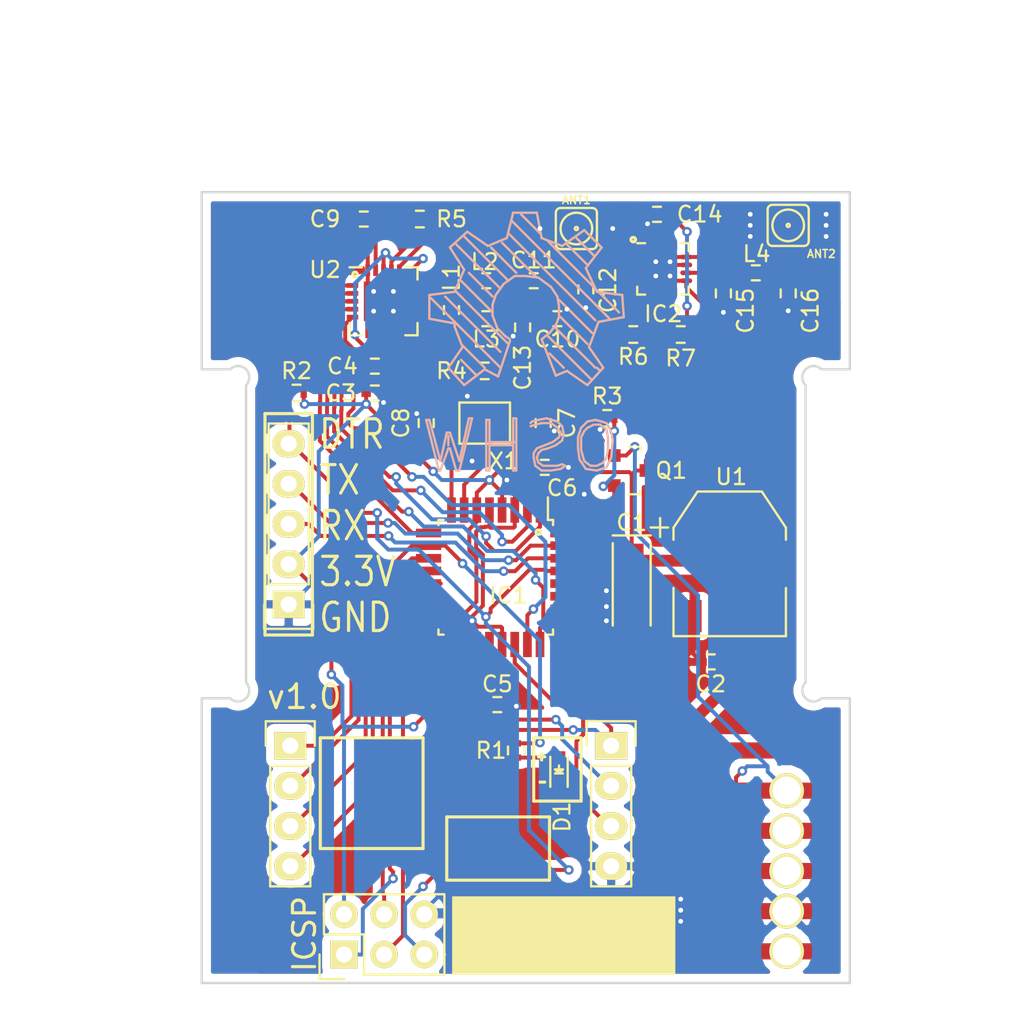
<source format=kicad_pcb>
(kicad_pcb (version 4) (host pcbnew 4.0.2-4+6225~38~ubuntu14.04.1-stable)
  (layers (0 F.Cu signal) (31 B.Cu signal) (34 B.Paste user) (35 F.Paste user) (36 B.SilkS user) (37 F.SilkS user) (38 B.Mask user) (39 F.Mask user) (44 Edge.Cuts user))
  (net 0 "")
  (net 1 RAW)
  (net 2 GND)
  (net 3 VCC_ARDUINO)
  (net 4 /Arduino/XTAL1)
  (net 5 "/NRF24L01 Radio/XC1")
  (net 6 "Net-(C15-Pad1)")
  (net 7 "/NRF24L01 Radio/VDD_PA")
  (net 8 "Net-(D1-Pad2)")
  (net 9 /Arduino/MISO)
  (net 10 /Arduino/CSN)
  (net 11 /Arduino/MOSI)
  (net 12 /Arduino/SCK)
  (net 13 /Arduino/CE)
  (net 14 /Arduino/D6)
  (net 15 /Arduino/D7)
  (net 16 /Arduino/D8)
  (net 17 /Arduino/RX)
  (net 18 /Arduino/TX)
  (net 19 "Net-(L1-Pad1)")
  (net 20 "Net-(L1-Pad2)")
  (net 21 "Net-(R5-Pad2)")
  (net 22 "Net-(ANT1-Pad1)")
  (net 23 /Arduino/PPM)
  (net 24 /Arduino/D9)
  (net 25 "Net-(P4-Pad5)")
  (net 26 "Net-(P4-Pad2)")
  (net 27 /PPM)
  (net 28 "Net-(ANT2-Pad1)")
  (net 29 /Arduino/H_MISO)
  (net 30 /Arduino/H_SCK)
  (net 31 /Arduino/H_MOSI)
  (net 32 /Arduino/DTR)
  (net 33 /Arduino/H_SS)
  (net 34 /Arduino/A6)
  (net 35 /Arduino/A7)
  (net 36 /Arduino/A2)
  (net 37 /Arduino/A3)
  (net 38 /Arduino/A4)
  (net 39 /Arduino/A5)
  (net 40 "Net-(IC2-Pad5)")
  (net 41 "Net-(IC2-Pad6)")
  (net 42 "Net-(IC2-Pad13)")
  (net 43 "Net-(IC2-Pad14)")
  (net 44 "/NRF24L01 Radio/IRQ")
  (net 45 "Net-(C5-Pad1)")
  (net 46 "Net-(C9-Pad1)")
  (net 47 "Net-(C11-Pad1)")
  (net 48 "Net-(U2-Pad9)")
  (module Fiducials:Fiducial_1mm_Dia_2.54mm_Outer_CopperTop (layer F.Cu) (at 134.6 110.5)
    (fp_text reference REF** hide)
    (fp_text value Fiducial_1mm_Dia_2.54mm_Outer_CopperTop)
    (pad ~ smd circle (at 0 0) (size 1 1) (layers F.Cu F.Mask) (clearance 0.77))
  )
  (module Housings_QFP:TQFP-32_7x7mm_Pitch0.8mm (layer F.Cu) (at 118.6 124.35 270)
    (fp_text reference IC1 (at 1.15 -0.8 360) (layer F.SilkS))
    (fp_text value ATMEGA168-M)
    (pad 1 smd rect (at -4.25 -2.8 270) (size 1.6 0.55) (layers F.Cu F.Paste F.Mask) (net 11 /Arduino/MOSI))
    (pad 2 smd rect (at -4.25 -2 270) (size 1.6 0.55) (layers F.Cu F.Paste F.Mask) (net 12 /Arduino/SCK))
    (pad 3 smd rect (at -4.25 -1.2 270) (size 1.6 0.55) (layers F.Cu F.Paste F.Mask) (net 2 GND))
    (pad 4 smd rect (at -4.25 -0.4 270) (size 1.6 0.55) (layers F.Cu F.Paste F.Mask) (net 3 VCC_ARDUINO))
    (pad 5 smd rect (at -4.25 0.4 270) (size 1.6 0.55) (layers F.Cu F.Paste F.Mask) (net 2 GND))
    (pad 6 smd rect (at -4.25 1.2 270) (size 1.6 0.55) (layers F.Cu F.Paste F.Mask) (net 3 VCC_ARDUINO))
    (pad 7 smd rect (at -4.25 2 270) (size 1.6 0.55) (layers F.Cu F.Paste F.Mask) (net 4 /Arduino/XTAL1))
    (pad 8 smd rect (at -4.25 2.8 270) (size 1.6 0.55) (layers F.Cu F.Paste F.Mask) (net 5 "/NRF24L01 Radio/XC1"))
    (pad 9 smd rect (at -2.8 4.25) (size 1.6 0.55) (layers F.Cu F.Paste F.Mask) (net 13 /Arduino/CE))
    (pad 10 smd rect (at -2 4.25) (size 1.6 0.55) (layers F.Cu F.Paste F.Mask) (net 14 /Arduino/D6))
    (pad 11 smd rect (at -1.2 4.25) (size 1.6 0.55) (layers F.Cu F.Paste F.Mask) (net 15 /Arduino/D7))
    (pad 12 smd rect (at -0.4 4.25) (size 1.6 0.55) (layers F.Cu F.Paste F.Mask) (net 16 /Arduino/D8))
    (pad 13 smd rect (at 0.4 4.25) (size 1.6 0.55) (layers F.Cu F.Paste F.Mask) (net 24 /Arduino/D9))
    (pad 14 smd rect (at 1.2 4.25) (size 1.6 0.55) (layers F.Cu F.Paste F.Mask) (net 33 /Arduino/H_SS))
    (pad 15 smd rect (at 2 4.25) (size 1.6 0.55) (layers F.Cu F.Paste F.Mask) (net 31 /Arduino/H_MOSI))
    (pad 16 smd rect (at 2.8 4.25) (size 1.6 0.55) (layers F.Cu F.Paste F.Mask) (net 29 /Arduino/H_MISO))
    (pad 17 smd rect (at 4.25 2.8 270) (size 1.6 0.55) (layers F.Cu F.Paste F.Mask) (net 30 /Arduino/H_SCK))
    (pad 18 smd rect (at 4.25 2 270) (size 1.6 0.55) (layers F.Cu F.Paste F.Mask) (net 3 VCC_ARDUINO))
    (pad 19 smd rect (at 4.25 1.2 270) (size 1.6 0.55) (layers F.Cu F.Paste F.Mask) (net 34 /Arduino/A6))
    (pad 20 smd rect (at 4.25 0.4 270) (size 1.6 0.55) (layers F.Cu F.Paste F.Mask) (net 45 "Net-(C5-Pad1)"))
    (pad 21 smd rect (at 4.25 -0.4 270) (size 1.6 0.55) (layers F.Cu F.Paste F.Mask) (net 2 GND))
    (pad 22 smd rect (at 4.25 -1.2 270) (size 1.6 0.55) (layers F.Cu F.Paste F.Mask) (net 35 /Arduino/A7))
    (pad 23 smd rect (at 4.25 -2 270) (size 1.6 0.55) (layers F.Cu F.Paste F.Mask) (net 9 /Arduino/MISO))
    (pad 24 smd rect (at 4.25 -2.8 270) (size 1.6 0.55) (layers F.Cu F.Paste F.Mask) (net 10 /Arduino/CSN))
    (pad 25 smd rect (at 2.8 -4.25) (size 1.6 0.55) (layers F.Cu F.Paste F.Mask) (net 36 /Arduino/A2))
    (pad 26 smd rect (at 2 -4.25) (size 1.6 0.55) (layers F.Cu F.Paste F.Mask) (net 37 /Arduino/A3))
    (pad 27 smd rect (at 1.2 -4.25) (size 1.6 0.55) (layers F.Cu F.Paste F.Mask) (net 38 /Arduino/A4))
    (pad 28 smd rect (at 0.4 -4.25) (size 1.6 0.55) (layers F.Cu F.Paste F.Mask) (net 39 /Arduino/A5))
    (pad 29 smd rect (at -0.4 -4.25) (size 1.6 0.55) (layers F.Cu F.Paste F.Mask) (net 32 /Arduino/DTR))
    (pad 30 smd rect (at -1.2 -4.25) (size 1.6 0.55) (layers F.Cu F.Paste F.Mask) (net 17 /Arduino/RX))
    (pad 31 smd rect (at -2 -4.25) (size 1.6 0.55) (layers F.Cu F.Paste F.Mask) (net 18 /Arduino/TX))
    (pad 32 smd rect (at -2.8 -4.25) (size 1.6 0.55) (layers F.Cu F.Paste F.Mask) (net 23 /Arduino/PPM))
  )
  (module Crystals_Oscillators_SMD:crystal_FA238-TSX3225 (layer F.Cu) (at 117.9 114.6)
    (fp_text reference X1 (at 1.2 2.4) (layer F.SilkS))
    (fp_text value CRYSTAL_SMD)
    (pad 1 smd rect (at -1.1 0.8) (size 1.4 1.2) (layers F.Cu F.Paste F.Mask) (net 5 "/NRF24L01 Radio/XC1"))
    (pad 3 smd rect (at 1.1 0.8) (size 1.4 1.2) (layers F.Cu F.Paste F.Mask) (net 2 GND))
    (pad 3 smd rect (at -1.1 -0.8) (size 1.4 1.2) (layers F.Cu F.Paste F.Mask) (net 2 GND))
    (pad 2 smd rect (at 1.1 -0.8) (size 1.4 1.2) (layers F.Cu F.Paste F.Mask) (net 4 /Arduino/XTAL1))
  )
  (module w_conn_rf:coaxial_u.fl-r-smt-1 (layer F.Cu) (at 123.7 102.3)
    (fp_text reference ANT1 (at 0 -1.8 180) (layer F.SilkS) (effects (font (size 0.5 0.5) (thickness 0.1))))
    (fp_text value FILTER hide)
    (pad 2 smd rect (at -1.475 0) (size 1.05 2.2) (layers F.Cu F.Paste F.Mask) (net 2 GND))
    (pad 2 smd rect (at 1.475 0) (size 1.05 2.2) (layers F.Cu F.Paste F.Mask) (net 2 GND))
    (pad 1 smd rect (at 0 1.525) (size 1 1.05) (layers F.Cu F.Paste F.Mask) (net 22 "Net-(ANT1-Pad1)"))
  )
  (module Pin_Headers:Pin_Header_Straight_1x04 (layer F.Cu) (at 125.9 135)
    (fp_text reference P2 hide)
    (fp_text value STACKABLE_RIGHT)
    (pad 1 thru_hole rect (at 0 0) (size 2.032 1.7272) (drill 1.016) (layers *.Cu *.Mask F.SilkS) (net 3 VCC_ARDUINO))
    (pad 2 thru_hole oval (at 0 2.54) (size 2.032 1.7272) (drill 1.016) (layers *.Cu *.Mask F.SilkS) (net 34 /Arduino/A6))
    (pad 3 thru_hole oval (at 0 5.08) (size 2.032 1.7272) (drill 1.016) (layers *.Cu *.Mask F.SilkS) (net 35 /Arduino/A7))
    (pad 4 thru_hole oval (at 0 7.62) (size 2.032 1.7272) (drill 1.016) (layers *.Cu *.Mask F.SilkS) (net 2 GND))
  )
  (module Pin_Headers:Pin_Header_Straight_2x03 (layer F.Cu) (at 109 148.2 90)
    (fp_text reference CON1 hide)
    (fp_text value AVR-ISP-6)
    (pad 1 thru_hole rect (at 0 0 90) (size 1.7272 1.7272) (drill 1.016) (layers *.Cu *.Mask F.SilkS) (net 29 /Arduino/H_MISO))
    (pad 2 thru_hole oval (at 2.54 0 90) (size 1.7272 1.7272) (drill 1.016) (layers *.Cu *.Mask F.SilkS) (net 3 VCC_ARDUINO))
    (pad 3 thru_hole oval (at 0 2.54 90) (size 1.7272 1.7272) (drill 1.016) (layers *.Cu *.Mask F.SilkS) (net 30 /Arduino/H_SCK))
    (pad 4 thru_hole oval (at 2.54 2.54 90) (size 1.7272 1.7272) (drill 1.016) (layers *.Cu *.Mask F.SilkS) (net 31 /Arduino/H_MOSI))
    (pad 5 thru_hole oval (at 0 5.08 90) (size 1.7272 1.7272) (drill 1.016) (layers *.Cu *.Mask F.SilkS) (net 32 /Arduino/DTR))
    (pad 6 thru_hole oval (at 2.54 5.08 90) (size 1.7272 1.7272) (drill 1.016) (layers *.Cu *.Mask F.SilkS) (net 2 GND))
  )
  (module TO_SOT_Packages_SMD:SOT-223 (layer F.Cu) (at 133.4 123.5)
    (fp_text reference U1 (at 0.1 -5.5) (layer F.SilkS))
    (fp_text value APE8865N-33-HF-3)
    (pad 4 smd rect (at 0 -3.302) (size 3.6576 2.032) (layers F.Cu F.Paste F.Mask))
    (pad 2 smd rect (at 0 3.302) (size 1.016 2.032) (layers F.Cu F.Paste F.Mask) (net 3 VCC_ARDUINO))
    (pad 3 smd rect (at 2.286 3.302) (size 1.016 2.032) (layers F.Cu F.Paste F.Mask) (net 1 RAW))
    (pad 1 smd rect (at -2.286 3.302) (size 1.016 2.032) (layers F.Cu F.Paste F.Mask) (net 2 GND))
  )
  (module Housings_SOT-23_SOT-143_TSOT-6:SOT-23 (layer F.Cu) (at 127.1 117.6 270)
    (fp_text reference Q1 (at 0 -2.6 360) (layer F.SilkS))
    (fp_text value BSS138)
    (pad 1 smd rect (at -0.95 1.00076 270) (size 0.8001 0.8001) (layers F.Cu F.Paste F.Mask) (net 27 /PPM))
    (pad 2 smd rect (at 0.95 1.00076 270) (size 0.8001 0.8001) (layers F.Cu F.Paste F.Mask) (net 23 /Arduino/PPM))
    (pad 3 smd rect (at 0 -0.99822 270) (size 0.8001 0.8001) (layers F.Cu F.Paste F.Mask) (net 3 VCC_ARDUINO))
  )
  (module nrf_module_footprints:PPM_Connector (layer F.Cu) (at 137 135.3)
    (fp_text reference P4 hide)
    (fp_text value CONN_01X05)
    (pad 0 smd rect (at -3.2 0) (size 5 1.02) (layers F.Cu F.Paste F.Mask))
    (pad 1 smd rect (at 1.65 2.54) (size 1.9 1.02) (layers F.Cu F.Paste F.Mask) (net 27 /PPM))
    (pad 2 smd rect (at 1.65 5.08) (size 1.9 1.02) (layers F.Cu F.Paste F.Mask) (net 26 "Net-(P4-Pad2)"))
    (pad 3 smd rect (at 1.65 7.62) (size 1.9 1.02) (layers F.Cu F.Paste F.Mask) (net 1 RAW))
    (pad 4 smd rect (at 1.65 10.16) (size 1.9 1.02) (layers F.Cu F.Paste F.Mask) (net 2 GND))
    (pad 5 smd rect (at 1.65 12.7) (size 1.9 1.02) (layers F.Cu F.Paste F.Mask) (net 25 "Net-(P4-Pad5)"))
    (pad 1 smd rect (at -3.2 2.54) (size 5 1.02) (layers F.Cu F.Paste F.Mask) (net 27 /PPM))
    (pad 2 smd rect (at -3.2 5.08) (size 5 1.02) (layers F.Cu F.Paste F.Mask) (net 26 "Net-(P4-Pad2)"))
    (pad 3 smd rect (at -3.2 7.62) (size 5 1.02) (layers F.Cu F.Paste F.Mask) (net 1 RAW))
    (pad 4 smd rect (at -3.2 10.16) (size 5 1.02) (layers F.Cu F.Paste F.Mask) (net 2 GND))
    (pad 5 smd rect (at -3.2 12.7) (size 5 1.02) (layers F.Cu F.Paste F.Mask) (net 25 "Net-(P4-Pad5)"))
    (pad 1 thru_hole circle (at 0 2.54) (size 2.2 2.2) (drill 1.78) (layers *.Cu *.Mask F.SilkS) (net 27 /PPM))
    (pad 2 thru_hole circle (at 0 5.08) (size 2.2 2.2) (drill 1.78) (layers *.Cu *.Mask F.SilkS) (net 26 "Net-(P4-Pad2)"))
    (pad 3 thru_hole circle (at 0 7.62) (size 2.2 2.2) (drill 1.78) (layers *.Cu *.Mask F.SilkS) (net 1 RAW))
    (pad 4 thru_hole circle (at 0 10.16) (size 2.2 2.2) (drill 1.78) (layers *.Cu *.Mask F.SilkS) (net 2 GND))
    (pad 5 thru_hole circle (at 0 12.7) (size 2.2 2.2) (drill 1.78) (layers *.Cu *.Mask F.SilkS) (net 25 "Net-(P4-Pad5)"))
  )
  (module w_conn_rf:coaxial_u.fl-r-smt-1 (layer F.Cu) (at 137.1 102.1)
    (fp_text reference ANT2 (at 2.1 1.8 180) (layer F.SilkS) (effects (font (size 0.5 0.5) (thickness 0.1))))
    (fp_text value FILTER hide)
    (pad 2 smd rect (at -1.475 0) (size 1.05 2.2) (layers F.Cu F.Paste F.Mask) (net 2 GND))
    (pad 2 smd rect (at 1.475 0) (size 1.05 2.2) (layers F.Cu F.Paste F.Mask) (net 2 GND))
    (pad 1 smd rect (at 0 1.525) (size 1 1.05) (layers F.Cu F.Paste F.Mask) (net 28 "Net-(ANT2-Pad1)"))
  )
  (module Housings_DFN_QFN:QFN-16-1EP_3x3mm_Pitch0.5mm (layer F.Cu) (at 129.175 104.85)
    (fp_text reference IC2 (at 0.025 2.85) (layer F.SilkS))
    (fp_text value RXF2401c)
    (pad 1 smd oval (at -1.475 -0.75) (size 0.75 0.3) (layers F.Cu F.Paste F.Mask) (net 2 GND))
    (pad 2 smd oval (at -1.475 -0.25) (size 0.75 0.3) (layers F.Cu F.Paste F.Mask) (net 2 GND))
    (pad 3 smd oval (at -1.475 0.25) (size 0.75 0.3) (layers F.Cu F.Paste F.Mask) (net 2 GND))
    (pad 4 smd oval (at -1.475 0.75) (size 0.75 0.3) (layers F.Cu F.Paste F.Mask) (net 22 "Net-(ANT1-Pad1)"))
    (pad 5 smd oval (at -0.75 1.475 90) (size 0.75 0.3) (layers F.Cu F.Paste F.Mask) (net 40 "Net-(IC2-Pad5)"))
    (pad 6 smd oval (at -0.25 1.475 90) (size 0.75 0.3) (layers F.Cu F.Paste F.Mask) (net 41 "Net-(IC2-Pad6)"))
    (pad 7 smd oval (at 0.25 1.475 90) (size 0.75 0.3) (layers F.Cu F.Paste F.Mask) (net 2 GND))
    (pad 8 smd oval (at 0.75 1.475 90) (size 0.75 0.3) (layers F.Cu F.Paste F.Mask) (net 2 GND))
    (pad 9 smd oval (at 1.475 0.75) (size 0.75 0.3) (layers F.Cu F.Paste F.Mask) (net 2 GND))
    (pad 10 smd oval (at 1.475 0.25) (size 0.75 0.3) (layers F.Cu F.Paste F.Mask) (net 6 "Net-(C15-Pad1)"))
    (pad 11 smd oval (at 1.475 -0.25) (size 0.75 0.3) (layers F.Cu F.Paste F.Mask) (net 2 GND))
    (pad 12 smd oval (at 1.475 -0.75) (size 0.75 0.3) (layers F.Cu F.Paste F.Mask) (net 2 GND))
    (pad 13 smd oval (at 0.75 -1.475 90) (size 0.75 0.3) (layers F.Cu F.Paste F.Mask) (net 42 "Net-(IC2-Pad13)"))
    (pad 14 smd oval (at 0.25 -1.475 90) (size 0.75 0.3) (layers F.Cu F.Paste F.Mask) (net 43 "Net-(IC2-Pad14)"))
    (pad 15 smd oval (at -0.25 -1.475 90) (size 0.75 0.3) (layers F.Cu F.Paste F.Mask) (net 2 GND))
    (pad 16 smd oval (at -0.75 -1.475 90) (size 0.75 0.3) (layers F.Cu F.Paste F.Mask) (net 3 VCC_ARDUINO))
    (pad 17 smd rect (at 0.45 0.45) (size 0.9 0.9) (layers F.Cu F.Paste F.Mask) (net 2 GND))
    (pad 17 smd rect (at 0.45 -0.45) (size 0.9 0.9) (layers F.Cu F.Paste F.Mask) (net 2 GND))
    (pad 17 smd rect (at -0.45 0.45) (size 0.9 0.9) (layers F.Cu F.Paste F.Mask) (net 2 GND))
    (pad 17 smd rect (at -0.45 -0.45) (size 0.9 0.9) (layers F.Cu F.Paste F.Mask) (net 2 GND))
  )
  (module Capacitors_SMD:C_0402 (layer F.Cu) (at 135.05 105.1 180)
    (fp_text reference L4 (at -0.05 1.2 180) (layer F.SilkS))
    (fp_text value 1.5nH)
    (pad 1 smd rect (at -0.55 0 180) (size 0.6 0.5) (layers F.Cu F.Paste F.Mask) (net 28 "Net-(ANT2-Pad1)"))
    (pad 2 smd rect (at 0.55 0 180) (size 0.6 0.5) (layers F.Cu F.Paste F.Mask) (net 6 "Net-(C15-Pad1)"))
  )
  (module Capacitors_SMD:C_0402 (layer F.Cu) (at 110.95 112.7)
    (fp_text reference C3 (at -2.15 0) (layer F.SilkS))
    (fp_text value 10nF)
    (pad 1 smd rect (at -0.55 0) (size 0.6 0.5) (layers F.Cu F.Paste F.Mask) (net 3 VCC_ARDUINO))
    (pad 2 smd rect (at 0.55 0) (size 0.6 0.5) (layers F.Cu F.Paste F.Mask) (net 2 GND))
  )
  (module Capacitors_SMD:C_0402 (layer F.Cu) (at 121.7 117.4)
    (fp_text reference C6 (at 1.1 1.3 180) (layer F.SilkS))
    (fp_text value 0.1uF)
    (pad 1 smd rect (at -0.55 0) (size 0.6 0.5) (layers F.Cu F.Paste F.Mask) (net 3 VCC_ARDUINO))
    (pad 2 smd rect (at 0.55 0) (size 0.6 0.5) (layers F.Cu F.Paste F.Mask) (net 2 GND))
  )
  (module Capacitors_SMD:C_0402 (layer F.Cu) (at 121.6 114.6 90)
    (fp_text reference C7 (at 0 1.5 90) (layer F.SilkS))
    (fp_text value 22pF)
    (pad 1 smd rect (at -0.55 0 90) (size 0.6 0.5) (layers F.Cu F.Paste F.Mask) (net 2 GND))
    (pad 2 smd rect (at 0.55 0 90) (size 0.6 0.5) (layers F.Cu F.Paste F.Mask) (net 4 /Arduino/XTAL1))
  )
  (module Capacitors_SMD:C_0402 (layer F.Cu) (at 114.2 114.6 270)
    (fp_text reference C8 (at 0 1.6 270) (layer F.SilkS))
    (fp_text value 22pF)
    (pad 1 smd rect (at -0.55 0 270) (size 0.6 0.5) (layers F.Cu F.Paste F.Mask) (net 2 GND))
    (pad 2 smd rect (at 0.55 0 270) (size 0.6 0.5) (layers F.Cu F.Paste F.Mask) (net 5 "/NRF24L01 Radio/XC1"))
  )
  (module Capacitors_SMD:C_0402 (layer F.Cu) (at 110.25 101.7 180)
    (fp_text reference C9 (at 2.45 0 180) (layer F.SilkS))
    (fp_text value 33nF)
    (pad 1 smd rect (at -0.55 0 180) (size 0.6 0.5) (layers F.Cu F.Paste F.Mask) (net 46 "Net-(C9-Pad1)"))
    (pad 2 smd rect (at 0.55 0 180) (size 0.6 0.5) (layers F.Cu F.Paste F.Mask) (net 2 GND))
  )
  (module Capacitors_SMD:C_0402 (layer F.Cu) (at 122.5 108)
    (fp_text reference C10 (at 0 1.3) (layer F.SilkS))
    (fp_text value 2.2nF)
    (pad 1 smd rect (at -0.55 0) (size 0.6 0.5) (layers F.Cu F.Paste F.Mask) (net 7 "/NRF24L01 Radio/VDD_PA"))
    (pad 2 smd rect (at 0.55 0) (size 0.6 0.5) (layers F.Cu F.Paste F.Mask) (net 2 GND))
  )
  (module Capacitors_SMD:C_0402 (layer F.Cu) (at 121 105.6)
    (fp_text reference C11 (at 0 -1.3) (layer F.SilkS))
    (fp_text value 1.5pF)
    (pad 1 smd rect (at -0.55 0) (size 0.6 0.5) (layers F.Cu F.Paste F.Mask) (net 47 "Net-(C11-Pad1)"))
    (pad 2 smd rect (at 0.55 0) (size 0.6 0.5) (layers F.Cu F.Paste F.Mask) (net 22 "Net-(ANT1-Pad1)"))
  )
  (module Capacitors_SMD:C_0402 (layer F.Cu) (at 124.3 106.15 270)
    (fp_text reference C12 (at 0.05 -1.4 270) (layer F.SilkS))
    (fp_text value 1.0pF)
    (pad 1 smd rect (at -0.55 0 270) (size 0.6 0.5) (layers F.Cu F.Paste F.Mask) (net 22 "Net-(ANT1-Pad1)"))
    (pad 2 smd rect (at 0.55 0 270) (size 0.6 0.5) (layers F.Cu F.Paste F.Mask) (net 2 GND))
  )
  (module Capacitors_SMD:C_0402 (layer F.Cu) (at 120.3 108.55 270)
    (fp_text reference C13 (at 2.55 0 450) (layer F.SilkS))
    (fp_text value 4.7pF)
    (pad 1 smd rect (at -0.55 0 270) (size 0.6 0.5) (layers F.Cu F.Paste F.Mask) (net 7 "/NRF24L01 Radio/VDD_PA"))
    (pad 2 smd rect (at 0.55 0 270) (size 0.6 0.5) (layers F.Cu F.Paste F.Mask) (net 2 GND))
  )
  (module Capacitors_SMD:C_0402 (layer F.Cu) (at 133 106.4 270)
    (fp_text reference C15 (at 1.1 -1.4 270) (layer F.SilkS))
    (fp_text value 2pF)
    (pad 1 smd rect (at -0.55 0 270) (size 0.6 0.5) (layers F.Cu F.Paste F.Mask) (net 6 "Net-(C15-Pad1)"))
    (pad 2 smd rect (at 0.55 0 270) (size 0.6 0.5) (layers F.Cu F.Paste F.Mask) (net 2 GND))
  )
  (module Capacitors_SMD:C_0402 (layer F.Cu) (at 137.1 106.4 270)
    (fp_text reference C16 (at 1.1 -1.4 270) (layer F.SilkS))
    (fp_text value 2pF)
    (pad 1 smd rect (at -0.55 0 270) (size 0.6 0.5) (layers F.Cu F.Paste F.Mask) (net 28 "Net-(ANT2-Pad1)"))
    (pad 2 smd rect (at 0.55 0 270) (size 0.6 0.5) (layers F.Cu F.Paste F.Mask) (net 2 GND))
  )
  (module LEDs:LED-0603 (layer F.Cu) (at 122.6 136.5 90)
    (fp_text reference D1 (at -3 0.2 90) (layer F.SilkS))
    (fp_text value LED)
    (pad 2 smd rect (at 0.7493 0 270) (size 0.79756 0.79756) (layers F.Cu F.Paste F.Mask) (net 8 "Net-(D1-Pad2)"))
    (pad 1 smd rect (at -0.7493 0 270) (size 0.79756 0.79756) (layers F.Cu F.Paste F.Mask) (net 2 GND))
  )
  (module Capacitors_SMD:C_0402 (layer F.Cu) (at 115.8 107.45 90)
    (fp_text reference L1 (at 2.05 0 270) (layer F.SilkS))
    (fp_text value 8.2nH)
    (pad 1 smd rect (at -0.55 0 90) (size 0.6 0.5) (layers F.Cu F.Paste F.Mask) (net 19 "Net-(L1-Pad1)"))
    (pad 2 smd rect (at 0.55 0 90) (size 0.6 0.5) (layers F.Cu F.Paste F.Mask) (net 20 "Net-(L1-Pad2)"))
  )
  (module Capacitors_SMD:C_0402 (layer F.Cu) (at 118 105.6)
    (fp_text reference L2 (at -0.1 -1.2) (layer F.SilkS))
    (fp_text value 3.9nH)
    (pad 1 smd rect (at -0.55 0) (size 0.6 0.5) (layers F.Cu F.Paste F.Mask) (net 20 "Net-(L1-Pad2)"))
    (pad 2 smd rect (at 0.55 0) (size 0.6 0.5) (layers F.Cu F.Paste F.Mask) (net 47 "Net-(C11-Pad1)"))
  )
  (module Capacitors_SMD:C_0402 (layer F.Cu) (at 118 108 180)
    (fp_text reference L3 (at 0 -1.3 180) (layer F.SilkS))
    (fp_text value 2.7nH)
    (pad 1 smd rect (at -0.55 0 180) (size 0.6 0.5) (layers F.Cu F.Paste F.Mask) (net 7 "/NRF24L01 Radio/VDD_PA"))
    (pad 2 smd rect (at 0.55 0 180) (size 0.6 0.5) (layers F.Cu F.Paste F.Mask) (net 19 "Net-(L1-Pad1)"))
  )
  (module Capacitors_Tantalum_SMD:TantalC_SizeA_EIA-3216_Wave (layer F.Cu) (at 127.2 124.8 270)
    (fp_text reference C1 (at -3.9 0 360) (layer F.SilkS))
    (fp_text value 10uF)
    (pad 2 smd rect (at 1.50114 0 270) (size 2.14884 1.50114) (layers F.Cu F.Paste F.Mask) (net 2 GND))
    (pad 1 smd rect (at -1.50114 0 270) (size 2.14884 1.50114) (layers F.Cu F.Paste F.Mask) (net 3 VCC_ARDUINO))
  )
  (module Capacitors_SMD:C_0402 (layer F.Cu) (at 132.2 129.7 180)
    (fp_text reference C2 (at 0 -1.4 180) (layer F.SilkS))
    (fp_text value 0.1uF)
    (pad 1 smd rect (at -0.55 0 180) (size 0.6 0.5) (layers F.Cu F.Paste F.Mask) (net 3 VCC_ARDUINO))
    (pad 2 smd rect (at 0.55 0 180) (size 0.6 0.5) (layers F.Cu F.Paste F.Mask) (net 2 GND))
  )
  (module Capacitors_SMD:C_0402 (layer F.Cu) (at 110.95 111)
    (fp_text reference C4 (at -2.05 0) (layer F.SilkS))
    (fp_text value 1nF)
    (pad 1 smd rect (at -0.55 0) (size 0.6 0.5) (layers F.Cu F.Paste F.Mask) (net 3 VCC_ARDUINO))
    (pad 2 smd rect (at 0.55 0) (size 0.6 0.5) (layers F.Cu F.Paste F.Mask) (net 2 GND))
  )
  (module Capacitors_SMD:C_0402 (layer F.Cu) (at 118.7 132.4)
    (fp_text reference C5 (at 0 -1.3) (layer F.SilkS))
    (fp_text value 0.1uF)
    (pad 1 smd rect (at -0.55 0) (size 0.6 0.5) (layers F.Cu F.Paste F.Mask) (net 45 "Net-(C5-Pad1)"))
    (pad 2 smd rect (at 0.55 0) (size 0.6 0.5) (layers F.Cu F.Paste F.Mask) (net 2 GND))
  )
  (module Capacitors_SMD:C_0402 (layer F.Cu) (at 128.8 101.4)
    (fp_text reference C14 (at 2.7 0) (layer F.SilkS))
    (fp_text value 0.1uF)
    (pad 1 smd rect (at -0.55 0) (size 0.6 0.5) (layers F.Cu F.Paste F.Mask) (net 2 GND))
    (pad 2 smd rect (at 0.55 0) (size 0.6 0.5) (layers F.Cu F.Paste F.Mask) (net 3 VCC_ARDUINO))
  )
  (module Pin_Headers:Pin_Header_Straight_1x04 (layer F.Cu) (at 105.6 135)
    (fp_text reference P1 hide)
    (fp_text value STACKABLE_LEFT)
    (pad 1 thru_hole rect (at 0 0) (size 2.032 1.7272) (drill 1.016) (layers *.Cu *.Mask F.SilkS) (net 14 /Arduino/D6))
    (pad 2 thru_hole oval (at 0 2.54) (size 2.032 1.7272) (drill 1.016) (layers *.Cu *.Mask F.SilkS) (net 15 /Arduino/D7))
    (pad 3 thru_hole oval (at 0 5.08) (size 2.032 1.7272) (drill 1.016) (layers *.Cu *.Mask F.SilkS) (net 16 /Arduino/D8))
    (pad 4 thru_hole oval (at 0 7.62) (size 2.032 1.7272) (drill 1.016) (layers *.Cu *.Mask F.SilkS) (net 24 /Arduino/D9))
  )
  (module Pin_Headers:Pin_Header_Straight_1x05 (layer F.Cu) (at 105.5 126.06 180)
    (fp_text reference P3 hide)
    (fp_text value 5PIN_MALE)
    (pad 1 thru_hole rect (at 0 0 180) (size 2.032 1.7272) (drill 1.016) (layers *.Cu *.Mask F.SilkS) (net 2 GND))
    (pad 2 thru_hole oval (at 0 2.54 180) (size 2.032 1.7272) (drill 1.016) (layers *.Cu *.Mask F.SilkS) (net 3 VCC_ARDUINO))
    (pad 3 thru_hole oval (at 0 5.08 180) (size 2.032 1.7272) (drill 1.016) (layers *.Cu *.Mask F.SilkS) (net 17 /Arduino/RX))
    (pad 4 thru_hole oval (at 0 7.62 180) (size 2.032 1.7272) (drill 1.016) (layers *.Cu *.Mask F.SilkS) (net 18 /Arduino/TX))
    (pad 5 thru_hole oval (at 0 10.16 180) (size 2.032 1.7272) (drill 1.016) (layers *.Cu *.Mask F.SilkS) (net 32 /Arduino/DTR))
  )
  (module Resistors_SMD:R_0402 (layer F.Cu) (at 119.9 135.3 270)
    (fp_text reference R1 (at 0 1.6 360) (layer F.SilkS))
    (fp_text value 330R)
    (pad 1 smd rect (at -0.45 0 270) (size 0.4 0.6) (layers F.Cu F.Paste F.Mask) (net 14 /Arduino/D6))
    (pad 2 smd rect (at 0.45 0 270) (size 0.4 0.6) (layers F.Cu F.Paste F.Mask) (net 8 "Net-(D1-Pad2)"))
  )
  (module Resistors_SMD:R_0402 (layer F.Cu) (at 106 112.7 180)
    (fp_text reference R2 (at 0 1.4 180) (layer F.SilkS))
    (fp_text value 4.7k)
    (pad 1 smd rect (at -0.45 0 180) (size 0.4 0.6) (layers F.Cu F.Paste F.Mask) (net 3 VCC_ARDUINO))
    (pad 2 smd rect (at 0.45 0 180) (size 0.4 0.6) (layers F.Cu F.Paste F.Mask) (net 32 /Arduino/DTR))
  )
  (module Resistors_SMD:R_0402 (layer F.Cu) (at 125.65 114.3 180)
    (fp_text reference R3 (at 0 1.4 180) (layer F.SilkS))
    (fp_text value 10k)
    (pad 1 smd rect (at -0.45 0 180) (size 0.4 0.6) (layers F.Cu F.Paste F.Mask) (net 23 /Arduino/PPM))
    (pad 2 smd rect (at 0.45 0 180) (size 0.4 0.6) (layers F.Cu F.Paste F.Mask) (net 2 GND))
  )
  (module Resistors_SMD:R_0402 (layer F.Cu) (at 117.9 111.3 180)
    (fp_text reference R4 (at 2.1 0 180) (layer F.SilkS))
    (fp_text value 1M)
    (pad 1 smd rect (at -0.45 0 180) (size 0.4 0.6) (layers F.Cu F.Paste F.Mask) (net 4 /Arduino/XTAL1))
    (pad 2 smd rect (at 0.45 0 180) (size 0.4 0.6) (layers F.Cu F.Paste F.Mask) (net 5 "/NRF24L01 Radio/XC1"))
  )
  (module Resistors_SMD:R_0402 (layer F.Cu) (at 113.8 101.7)
    (fp_text reference R5 (at 2 0) (layer F.SilkS))
    (fp_text value 22k)
    (pad 1 smd rect (at -0.45 0) (size 0.4 0.6) (layers F.Cu F.Paste F.Mask) (net 2 GND))
    (pad 2 smd rect (at 0.45 0) (size 0.4 0.6) (layers F.Cu F.Paste F.Mask) (net 21 "Net-(R5-Pad2)"))
  )
  (module Resistors_SMD:R_0402 (layer F.Cu) (at 127.3 109 180)
    (fp_text reference R6 (at 0 -1.4 180) (layer F.SilkS))
    (fp_text value 1k)
    (pad 1 smd rect (at -0.45 0 180) (size 0.4 0.6) (layers F.Cu F.Paste F.Mask) (net 40 "Net-(IC2-Pad5)"))
    (pad 2 smd rect (at 0.45 0 180) (size 0.4 0.6) (layers F.Cu F.Paste F.Mask) (net 7 "/NRF24L01 Radio/VDD_PA"))
  )
  (module Resistors_SMD:R_0402 (layer F.Cu) (at 130.3 109)
    (fp_text reference R7 (at 0 1.5) (layer F.SilkS))
    (fp_text value 1k)
    (pad 1 smd rect (at -0.45 0) (size 0.4 0.6) (layers F.Cu F.Paste F.Mask) (net 41 "Net-(IC2-Pad6)"))
    (pad 2 smd rect (at 0.45 0) (size 0.4 0.6) (layers F.Cu F.Paste F.Mask) (net 3 VCC_ARDUINO))
  )
  (module Housings_DFN_QFN:QFN-20-1EP_4x4mm_Pitch0.5mm (layer F.Cu) (at 111.5 106.9)
    (fp_text reference U2 (at -3.7 -2) (layer F.SilkS))
    (fp_text value NRF24L01)
    (pad 1 smd rect (at -1.965 -1) (size 0.73 0.3) (layers F.Cu F.Paste F.Mask) (net 13 /Arduino/CE))
    (pad 2 smd rect (at -1.965 -0.5) (size 0.73 0.3) (layers F.Cu F.Paste F.Mask) (net 10 /Arduino/CSN))
    (pad 3 smd rect (at -1.965 0) (size 0.73 0.3) (layers F.Cu F.Paste F.Mask) (net 12 /Arduino/SCK))
    (pad 4 smd rect (at -1.965 0.5) (size 0.73 0.3) (layers F.Cu F.Paste F.Mask) (net 11 /Arduino/MOSI))
    (pad 5 smd rect (at -1.965 1) (size 0.73 0.3) (layers F.Cu F.Paste F.Mask) (net 9 /Arduino/MISO))
    (pad 6 smd rect (at -1 1.965 90) (size 0.73 0.3) (layers F.Cu F.Paste F.Mask) (net 44 "/NRF24L01 Radio/IRQ"))
    (pad 7 smd rect (at -0.5 1.965 90) (size 0.73 0.3) (layers F.Cu F.Paste F.Mask) (net 3 VCC_ARDUINO))
    (pad 8 smd rect (at 0 1.965 90) (size 0.73 0.3) (layers F.Cu F.Paste F.Mask) (net 2 GND))
    (pad 9 smd rect (at 0.5 1.965 90) (size 0.73 0.3) (layers F.Cu F.Paste F.Mask) (net 48 "Net-(U2-Pad9)"))
    (pad 10 smd rect (at 1 1.965 90) (size 0.73 0.3) (layers F.Cu F.Paste F.Mask) (net 5 "/NRF24L01 Radio/XC1"))
    (pad 11 smd rect (at 1.965 1) (size 0.73 0.3) (layers F.Cu F.Paste F.Mask) (net 7 "/NRF24L01 Radio/VDD_PA"))
    (pad 12 smd rect (at 1.965 0.5) (size 0.73 0.3) (layers F.Cu F.Paste F.Mask) (net 19 "Net-(L1-Pad1)"))
    (pad 13 smd rect (at 1.965 0) (size 0.73 0.3) (layers F.Cu F.Paste F.Mask) (net 20 "Net-(L1-Pad2)"))
    (pad 14 smd rect (at 1.965 -0.5) (size 0.73 0.3) (layers F.Cu F.Paste F.Mask) (net 2 GND))
    (pad 15 smd rect (at 1.965 -1) (size 0.73 0.3) (layers F.Cu F.Paste F.Mask) (net 3 VCC_ARDUINO))
    (pad 16 smd rect (at 1 -1.965 90) (size 0.73 0.3) (layers F.Cu F.Paste F.Mask) (net 21 "Net-(R5-Pad2)"))
    (pad 17 smd rect (at 0.5 -1.965 90) (size 0.73 0.3) (layers F.Cu F.Paste F.Mask) (net 2 GND))
    (pad 18 smd rect (at 0 -1.965 90) (size 0.73 0.3) (layers F.Cu F.Paste F.Mask) (net 3 VCC_ARDUINO))
    (pad 19 smd rect (at -0.5 -1.965 90) (size 0.73 0.3) (layers F.Cu F.Paste F.Mask) (net 46 "Net-(C9-Pad1)"))
    (pad 20 smd rect (at -1 -1.965 90) (size 0.73 0.3) (layers F.Cu F.Paste F.Mask) (net 2 GND))
    (pad 21 smd rect (at 0.625 0.625) (size 1.25 1.25) (layers F.Cu F.Paste F.Mask) (net 2 GND))
    (pad 21 smd rect (at 0.625 -0.625) (size 1.25 1.25) (layers F.Cu F.Paste F.Mask) (net 2 GND))
    (pad 21 smd rect (at -0.625 0.625) (size 1.25 1.25) (layers F.Cu F.Paste F.Mask) (net 2 GND))
    (pad 21 smd rect (at -0.625 -0.625) (size 1.25 1.25) (layers F.Cu F.Paste F.Mask) (net 2 GND))
  )
  (module Fiducials:Fiducial_1mm_Dia_2.54mm_Outer_CopperTop (layer F.Cu) (at 104.1 146.8)
    (fp_text reference REF** hide)
    (fp_text value Fiducial_1mm_Dia_2.54mm_Outer_CopperTop)
    (pad ~ smd circle (at 0 0) (size 1 1) (layers F.Cu F.Mask) (clearance 0.77))
  )
  (module nrf_module_footprints:serial_number_silk (layer F.Cu) (at 122.9 147)
    (fp_text reference G*** hide)
    (fp_text value LOGO hide)
  )
  (module Symbols:Symbol_OSHW-Logo_SilkScreen_BIG (layer B.Cu) (at 120.4 88.1 180)
    (fp_text reference REF** hide)
    (fp_text value Symbol_OSHW-Logo_SilkScreen_BIG)
  )
  (gr_line (start 121.3 135.7) (end 121.7 135.7) (layer F.SilkS) (width 0.2))
  (gr_line (start 121.5 135.5) (end 121.5 135.9) (layer F.SilkS) (width 0.2))
  (gr_line (start 121.4 137.3) (end 121.7 137.3) (layer F.SilkS) (width 0.2))
  (gr_line (start 100 150) (end 141 150) (angle 90) (layer Edge.Cuts) (width 0.15))
  (gr_line (start 100 132) (end 100 150) (angle 90) (layer Edge.Cuts) (width 0.15))
  (gr_circle (center 127.3 103) (end 127.2 102.9) (layer F.SilkS) (width 0.2))
  (gr_circle (center 109.7 105.2) (end 109.6 105.1) (layer F.SilkS) (width 0.2))
  (gr_circle (center 121.3 121.5) (end 121.2 121.4) (layer F.SilkS) (width 0.2))
  (gr_text "© Bart Slinger" (at 101.9 141.1 90) (layer F.Cu) (effects (font (size 1.4 1.4) (thickness 0.2))))
  (gr_text v1.0 (at 104 131.9) (layer F.SilkS) (effects (font (size 1.5 1.5) (thickness 0.2)) (justify left)))
  (gr_text ICSP (at 106.5 146.9 90) (layer F.SilkS) (effects (font (size 1.4 1.4) (thickness 0.2))))
  (gr_text "DTR\nTX\nRX\n3.3V\nGND" (at 107.3 121.1) (layer F.SilkS) (effects (font (size 1.8 1.5) (thickness 0.2)) (justify left)))
  (gr_line (start 114 134.5) (end 107.5 134.5) (layer F.SilkS) (width 0.2))
  (gr_line (start 114 141.5) (end 114 134.5) (layer F.SilkS) (width 0.2))
  (gr_line (start 107.5 141.5) (end 114 141.5) (layer F.SilkS) (width 0.2))
  (gr_line (start 107.5 134.5) (end 107.5 141.5) (layer F.SilkS) (width 0.2))
  (gr_line (start 115.5 139.5) (end 122 139.5) (layer F.SilkS) (width 0.2))
  (gr_line (start 115.5 143.5) (end 115.5 139.5) (layer F.SilkS) (width 0.2))
  (gr_line (start 122 143.5) (end 115.5 143.5) (layer F.SilkS) (width 0.2))
  (gr_line (start 122 139.5) (end 122 143.5) (layer F.SilkS) (width 0.2))
  (gr_line (start 107 114) (end 107 128) (angle 90) (layer F.SilkS) (width 0.2))
  (gr_line (start 104 114) (end 107 114) (angle 90) (layer F.SilkS) (width 0.2))
  (gr_line (start 104 128) (end 104 114) (angle 90) (layer F.SilkS) (width 0.2))
  (gr_line (start 104 128) (end 107 128) (angle 90) (layer F.SilkS) (width 0.2))
  (gr_arc (start 138.7 131.5) (end 139.2 132) (angle 90) (layer Edge.Cuts) (width 0.15))
  (gr_arc (start 138.7 131.5) (end 138.2 132) (angle 90) (layer Edge.Cuts) (width 0.15))
  (gr_line (start 138.2 112.2) (end 138.2 131) (angle 90) (layer Edge.Cuts) (width 0.15))
  (gr_line (start 139.2 132) (end 141 132) (angle 90) (layer Edge.Cuts) (width 0.15))
  (gr_line (start 121 138.5) (end 121 134.5) (angle 90) (layer F.SilkS) (width 0.2))
  (gr_line (start 124 138.5) (end 121 138.5) (angle 90) (layer F.SilkS) (width 0.2))
  (gr_line (start 124 134.5) (end 124 138.5) (angle 90) (layer F.SilkS) (width 0.2))
  (gr_line (start 121 134.5) (end 124 134.5) (angle 90) (layer F.SilkS) (width 0.2))
  (gr_line (start 100 100) (end 100 111.2) (angle 90) (layer Edge.Cuts) (width 0.15))
  (gr_line (start 101.8 132) (end 100 132) (angle 90) (layer Edge.Cuts) (width 0.15))
  (gr_line (start 102.8 112.2) (end 102.8 131) (angle 90) (layer Edge.Cuts) (width 0.15))
  (gr_arc (start 102.3 111.7) (end 102.8 111.2) (angle 90) (layer Edge.Cuts) (width 0.15))
  (gr_arc (start 102.3 111.7) (end 101.8 111.2) (angle 90) (layer Edge.Cuts) (width 0.15))
  (gr_line (start 101.8 111.2) (end 100 111.2) (angle 90) (layer Edge.Cuts) (width 0.15))
  (gr_arc (start 102.3 131.5) (end 102.8 131) (angle 90) (layer Edge.Cuts) (width 0.15))
  (gr_arc (start 102.3 131.5) (end 102.8 132) (angle 90) (layer Edge.Cuts) (width 0.15))
  (gr_line (start 139.2 111.2) (end 141 111.2) (angle 90) (layer Edge.Cuts) (width 0.15))
  (gr_arc (start 138.7 111.7) (end 138.2 112.2) (angle 90) (layer Edge.Cuts) (width 0.15))
  (gr_arc (start 138.7 111.7) (end 138.2 111.2) (angle 90) (layer Edge.Cuts) (width 0.15))
  (gr_line (start 141 100) (end 100 100) (angle 90) (layer Edge.Cuts) (width 0.15))
  (gr_line (start 141 111.2) (end 141 100) (angle 90) (layer Edge.Cuts) (width 0.15))
  (gr_line (start 141 150) (end 141 132) (angle 90) (layer Edge.Cuts) (width 0.15))
  (segment (start 133.8 142.92) (end 130.82 142.92) (width 0.75) (layer F.Cu) (net 1))
  (segment (start 130.82 142.92) (end 130.624999 142.724999) (width 0.75) (layer F.Cu) (net 1))
  (segment (start 130.624999 142.724999) (end 130.624999 133.875001) (width 0.75) (layer F.Cu) (net 1))
  (segment (start 130.624999 133.875001) (end 135.686 128.814) (width 0.75) (layer F.Cu) (net 1))
  (segment (start 135.686 128.814) (end 135.686 128.568) (width 0.75) (layer F.Cu) (net 1))
  (segment (start 135.686 128.568) (end 135.686 126.802) (width 0.75) (layer F.Cu) (net 1))
  (segment (start 133.8 142.92) (end 138.65 142.92) (width 0.75) (layer F.Cu) (net 1))
  (segment (start 105.5 126.06) (end 105.6524 126.06) (width 0.25) (layer B.Cu) (net 2))
  (segment (start 105.6524 126.06) (end 109.3 122.4124) (width 0.25) (layer B.Cu) (net 2))
  (segment (start 109.3 122.4124) (end 109.3 117.225002) (width 0.25) (layer B.Cu) (net 2))
  (segment (start 109.3 117.225002) (end 111.925001 114.600001) (width 0.25) (layer B.Cu) (net 2))
  (segment (start 111.799999 113.599999) (end 111.5 113.3) (width 0.25) (layer B.Cu) (net 2))
  (segment (start 111.925001 113.725001) (end 111.799999 113.599999) (width 0.25) (layer B.Cu) (net 2))
  (segment (start 111.925001 114.600001) (end 111.925001 113.725001) (width 0.25) (layer B.Cu) (net 2))
  (segment (start 119.900004 132.924264) (end 119.900004 132.5) (width 0.25) (layer B.Cu) (net 2))
  (segment (start 119.900004 139.599996) (end 119.900004 132.924264) (width 0.25) (layer B.Cu) (net 2))
  (segment (start 119.3 140.2) (end 119.900004 139.599996) (width 0.25) (layer B.Cu) (net 2))
  (segment (start 119.600005 132.200001) (end 119.900004 132.5) (width 0.25) (layer F.Cu) (net 2))
  (segment (start 119.300004 131.9) (end 119.600005 132.200001) (width 0.25) (layer F.Cu) (net 2))
  (segment (start 119.25 131.9) (end 119.300004 131.9) (width 0.25) (layer F.Cu) (net 2))
  (via (at 119.900004 132.5) (size 0.6) (drill 0.3) (layers F.Cu B.Cu) (net 2))
  (segment (start 119.25 132.4) (end 119.25 131.9) (width 0.25) (layer F.Cu) (net 2))
  (segment (start 114.08 145.66) (end 114.08 145.42) (width 0.25) (layer B.Cu) (net 2))
  (segment (start 114.08 145.42) (end 119.3 140.2) (width 0.25) (layer B.Cu) (net 2))
  (segment (start 124.5 145.4) (end 119.3 140.2) (width 0.25) (layer B.Cu) (net 2))
  (segment (start 130.3 145.4) (end 124.5 145.4) (width 0.25) (layer B.Cu) (net 2))
  (segment (start 125.9 142.62) (end 127.166 142.62) (width 0.25) (layer F.Cu) (net 2))
  (segment (start 127.166 142.62) (end 127.770988 143.224988) (width 0.25) (layer F.Cu) (net 2))
  (segment (start 127.770988 143.224988) (end 129.574988 143.224988) (width 0.25) (layer F.Cu) (net 2))
  (segment (start 125.9 142.62) (end 124.634 142.62) (width 0.25) (layer F.Cu) (net 2))
  (segment (start 122.6 137.89808) (end 122.6 137.2493) (width 0.25) (layer F.Cu) (net 2))
  (segment (start 124.634 142.62) (end 122.6 140.586) (width 0.25) (layer F.Cu) (net 2))
  (segment (start 122.6 140.586) (end 122.6 137.89808) (width 0.25) (layer F.Cu) (net 2))
  (segment (start 117.785478 126.144528) (end 117.785478 122.931125) (width 0.25) (layer F.Cu) (net 2))
  (segment (start 117.785478 122.931125) (end 117.357004 122.502651) (width 0.25) (layer F.Cu) (net 2))
  (segment (start 117.1 126.830006) (end 117.785478 126.144528) (width 0.25) (layer F.Cu) (net 2))
  (segment (start 117.903001 121.185001) (end 117.938002 121.15) (width 0.25) (layer F.Cu) (net 2))
  (segment (start 117.357004 122.502651) (end 117.357004 121.465465) (width 0.25) (layer F.Cu) (net 2))
  (segment (start 117.637468 121.185001) (end 117.903001 121.185001) (width 0.25) (layer F.Cu) (net 2))
  (segment (start 117.1 127.1) (end 117.1 126.830006) (width 0.25) (layer F.Cu) (net 2))
  (segment (start 117.938002 121.15) (end 118.2 121.15) (width 0.25) (layer F.Cu) (net 2))
  (segment (start 117.357004 121.465465) (end 117.637468 121.185001) (width 0.25) (layer F.Cu) (net 2))
  (segment (start 118.264999 121.214999) (end 118.2 121.15) (width 0.25) (layer F.Cu) (net 2))
  (segment (start 119.735001 121.214999) (end 118.264999 121.214999) (width 0.25) (layer F.Cu) (net 2))
  (segment (start 119.8 120.1) (end 119.8 121.15) (width 0.25) (layer F.Cu) (net 2))
  (segment (start 119.8 121.15) (end 119.735001 121.214999) (width 0.25) (layer F.Cu) (net 2))
  (segment (start 125.2 115) (end 129.625 110.575) (width 0.25) (layer B.Cu) (net 2))
  (segment (start 129.625 110.575) (end 129.625 105.3) (width 0.25) (layer B.Cu) (net 2))
  (segment (start 139.5 102.1) (end 139.075736 102.1) (width 0.25) (layer B.Cu) (net 2))
  (segment (start 139.075736 102.1) (end 134.7 102.1) (width 0.25) (layer B.Cu) (net 2))
  (segment (start 130.5 101.7) (end 129.625 102.575) (width 0.25) (layer B.Cu) (net 2))
  (segment (start 129.625 102.575) (end 129.625 104.4) (width 0.25) (layer B.Cu) (net 2))
  (segment (start 132.1 101.7) (end 130.5 101.7) (width 0.25) (layer B.Cu) (net 2))
  (segment (start 132.5 102.1) (end 132.1 101.7) (width 0.25) (layer B.Cu) (net 2))
  (segment (start 134.7 102.1) (end 132.5 102.1) (width 0.25) (layer B.Cu) (net 2))
  (segment (start 137.1 107.5) (end 133.1 107.5) (width 0.25) (layer B.Cu) (net 2))
  (segment (start 133.1 107.5) (end 133 107.6) (width 0.25) (layer B.Cu) (net 2))
  (segment (start 129.9 107.9) (end 129.625 107.625) (width 0.25) (layer B.Cu) (net 2))
  (segment (start 129.625 107.625) (end 129.625 105.3) (width 0.25) (layer B.Cu) (net 2))
  (segment (start 132.2 107.9) (end 129.9 107.9) (width 0.25) (layer B.Cu) (net 2))
  (segment (start 132.5 107.6) (end 132.2 107.9) (width 0.25) (layer B.Cu) (net 2))
  (segment (start 133 107.6) (end 132.5 107.6) (width 0.25) (layer B.Cu) (net 2))
  (segment (start 133 106.95) (end 133 107.6) (width 0.25) (layer F.Cu) (net 2))
  (via (at 133 107.6) (size 0.6) (drill 0.3) (layers F.Cu B.Cu) (net 2))
  (segment (start 137.1 106.95) (end 137.1 107.5) (width 0.25) (layer F.Cu) (net 2))
  (via (at 137.1 107.5) (size 0.6) (drill 0.3) (layers F.Cu B.Cu) (net 2))
  (segment (start 134.7 102.8) (end 134.7 102.1) (width 0.25) (layer B.Cu) (net 2))
  (segment (start 135.4 102.1) (end 134.7 102.8) (width 0.25) (layer F.Cu) (net 2))
  (via (at 134.7 102.8) (size 0.6) (drill 0.3) (layers F.Cu B.Cu) (net 2))
  (segment (start 134.7 101.4) (end 134.7 102.1) (width 0.25) (layer B.Cu) (net 2))
  (segment (start 135.625 102.1) (end 135.4 102.1) (width 0.25) (layer F.Cu) (net 2))
  (segment (start 135.4 102.1) (end 134.7 101.4) (width 0.25) (layer F.Cu) (net 2))
  (via (at 134.7 101.4) (size 0.6) (drill 0.3) (layers F.Cu B.Cu) (net 2))
  (segment (start 133.9 102.1) (end 134.7 102.1) (width 0.25) (layer F.Cu) (net 2))
  (segment (start 135.625 102.1) (end 134.7 102.1) (width 0.25) (layer F.Cu) (net 2))
  (via (at 134.7 102.1) (size 0.6) (drill 0.3) (layers F.Cu B.Cu) (net 2))
  (segment (start 139.5 102.1) (end 139.5 102.8) (width 0.25) (layer B.Cu) (net 2))
  (segment (start 138.575 102.1) (end 139.5 102.1) (width 0.25) (layer F.Cu) (net 2))
  (segment (start 138.575 102.1) (end 138.8 102.1) (width 0.25) (layer F.Cu) (net 2))
  (segment (start 138.8 102.1) (end 139.5 102.8) (width 0.25) (layer F.Cu) (net 2))
  (via (at 139.5 102.8) (size 0.6) (drill 0.3) (layers F.Cu B.Cu) (net 2))
  (segment (start 139.5 101.4) (end 139.5 102.1) (width 0.25) (layer B.Cu) (net 2))
  (via (at 139.5 102.1) (size 0.6) (drill 0.3) (layers F.Cu B.Cu) (net 2))
  (segment (start 138.8 102.1) (end 139.5 101.4) (width 0.25) (layer F.Cu) (net 2))
  (via (at 139.5 101.4) (size 0.6) (drill 0.3) (layers F.Cu B.Cu) (net 2))
  (segment (start 133.8 145.46) (end 131.81 145.46) (width 0.25) (layer F.Cu) (net 2))
  (segment (start 131.81 145.46) (end 131.05 144.7) (width 0.25) (layer F.Cu) (net 2))
  (segment (start 130.724264 144.7) (end 130.3 144.7) (width 0.25) (layer F.Cu) (net 2))
  (segment (start 131.05 144.7) (end 130.724264 144.7) (width 0.25) (layer F.Cu) (net 2))
  (segment (start 130.3 146.1) (end 130.3 145.4) (width 0.25) (layer B.Cu) (net 2))
  (via (at 130.3 145.4) (size 0.6) (drill 0.3) (layers F.Cu B.Cu) (net 2))
  (segment (start 130.3 144.7) (end 130.3 145.4) (width 0.25) (layer B.Cu) (net 2))
  (via (at 130.3 144.7) (size 0.6) (drill 0.3) (layers F.Cu B.Cu) (net 2))
  (segment (start 133.8 145.46) (end 130.94 145.46) (width 0.25) (layer F.Cu) (net 2))
  (segment (start 130.94 145.46) (end 130.3 146.1) (width 0.25) (layer F.Cu) (net 2))
  (via (at 130.3 146.1) (size 0.6) (drill 0.3) (layers F.Cu B.Cu) (net 2))
  (segment (start 111.5 112.7) (end 112.9 112.7) (width 0.25) (layer F.Cu) (net 2))
  (segment (start 112.9 112.7) (end 114.2 114) (width 0.25) (layer F.Cu) (net 2))
  (segment (start 114.2 114) (end 114.2 114.05) (width 0.25) (layer F.Cu) (net 2))
  (segment (start 111.5 113.3) (end 112.9 113.3) (width 0.25) (layer B.Cu) (net 2))
  (segment (start 112.9 113.3) (end 113.6 114) (width 0.25) (layer B.Cu) (net 2))
  (segment (start 111.5 112.7) (end 111.5 113.3) (width 0.25) (layer F.Cu) (net 2))
  (via (at 111.5 113.3) (size 0.6) (drill 0.3) (layers F.Cu B.Cu) (net 2))
  (segment (start 113.6 114) (end 116.6 117) (width 0.25) (layer B.Cu) (net 2))
  (segment (start 116.6 117) (end 117.1 117) (width 0.25) (layer B.Cu) (net 2))
  (segment (start 114.2 114.05) (end 113.65 114.05) (width 0.25) (layer F.Cu) (net 2))
  (segment (start 113.65 114.05) (end 113.6 114) (width 0.25) (layer F.Cu) (net 2))
  (via (at 113.6 114) (size 0.6) (drill 0.3) (layers F.Cu B.Cu) (net 2))
  (segment (start 116.8 112.9) (end 120.1 112.9) (width 0.25) (layer B.Cu) (net 2))
  (segment (start 120.1 112.9) (end 122.3 115.1) (width 0.25) (layer B.Cu) (net 2))
  (segment (start 116.8 113.8) (end 116.8 112.9) (width 0.25) (layer F.Cu) (net 2))
  (via (at 116.8 112.9) (size 0.6) (drill 0.3) (layers F.Cu B.Cu) (net 2))
  (segment (start 122.3 115.1) (end 122.3 116.5) (width 0.25) (layer B.Cu) (net 2))
  (segment (start 122.3 116.5) (end 123.2 117.4) (width 0.25) (layer B.Cu) (net 2))
  (segment (start 121.6 115.15) (end 122.25 115.15) (width 0.25) (layer F.Cu) (net 2))
  (segment (start 122.25 115.15) (end 122.3 115.1) (width 0.25) (layer F.Cu) (net 2))
  (via (at 122.3 115.1) (size 0.6) (drill 0.3) (layers F.Cu B.Cu) (net 2))
  (segment (start 125.2 115) (end 123.2 117) (width 0.25) (layer B.Cu) (net 2))
  (segment (start 123.2 117) (end 123.2 117.4) (width 0.25) (layer B.Cu) (net 2))
  (segment (start 125.2 114.3) (end 125.2 115) (width 0.25) (layer F.Cu) (net 2))
  (via (at 125.2 115) (size 0.6) (drill 0.3) (layers F.Cu B.Cu) (net 2))
  (segment (start 128.725 105.3) (end 126.3 105.3) (width 0.25) (layer B.Cu) (net 2))
  (segment (start 126.3 105.3) (end 124.3 107.3) (width 0.25) (layer B.Cu) (net 2))
  (segment (start 128.725 104.4) (end 128.725 103.7) (width 0.25) (layer B.Cu) (net 2))
  (segment (start 128.725 103.7) (end 127.325 102.3) (width 0.25) (layer B.Cu) (net 2))
  (segment (start 127.325 102.3) (end 126.424264 102.3) (width 0.25) (layer B.Cu) (net 2))
  (segment (start 126.424264 102.3) (end 126 102.3) (width 0.25) (layer B.Cu) (net 2))
  (segment (start 128.499999 102.299999) (end 128.2 102) (width 0.25) (layer B.Cu) (net 2))
  (segment (start 128.725 102.525) (end 128.499999 102.299999) (width 0.25) (layer B.Cu) (net 2))
  (segment (start 128.725 104.4) (end 128.725 102.525) (width 0.25) (layer B.Cu) (net 2))
  (segment (start 128.25 101.4) (end 128.25 101.95) (width 0.25) (layer F.Cu) (net 2))
  (segment (start 128.25 101.95) (end 128.2 102) (width 0.25) (layer F.Cu) (net 2))
  (via (at 128.2 102) (size 0.6) (drill 0.3) (layers F.Cu B.Cu) (net 2))
  (segment (start 119.7 109.1) (end 112.825 109.1) (width 0.25) (layer B.Cu) (net 2))
  (segment (start 112.825 109.1) (end 112.125 108.4) (width 0.25) (layer B.Cu) (net 2))
  (segment (start 112.125 108.4) (end 112.125 107.525) (width 0.25) (layer B.Cu) (net 2))
  (segment (start 120.3 109.1) (end 119.7 109.1) (width 0.25) (layer F.Cu) (net 2))
  (via (at 119.7 109.1) (size 0.6) (drill 0.3) (layers F.Cu B.Cu) (net 2))
  (segment (start 123.1 107.4) (end 112.25 107.4) (width 0.25) (layer B.Cu) (net 2))
  (segment (start 112.25 107.4) (end 112.125 107.525) (width 0.25) (layer B.Cu) (net 2))
  (segment (start 123.1 107.4) (end 123.1 107.95) (width 0.25) (layer F.Cu) (net 2))
  (segment (start 123.1 107.95) (end 123.05 108) (width 0.25) (layer F.Cu) (net 2))
  (segment (start 124.3 107.3) (end 123.2 107.3) (width 0.25) (layer B.Cu) (net 2))
  (segment (start 123.2 107.3) (end 123.1 107.4) (width 0.25) (layer B.Cu) (net 2))
  (via (at 123.1 107.4) (size 0.6) (drill 0.3) (layers F.Cu B.Cu) (net 2))
  (segment (start 124.3 106.7) (end 124.3 107.3) (width 0.25) (layer F.Cu) (net 2))
  (via (at 124.3 107.3) (size 0.6) (drill 0.3) (layers F.Cu B.Cu) (net 2))
  (segment (start 126 102.3) (end 121.4 102.3) (width 0.25) (layer B.Cu) (net 2))
  (segment (start 125.175 102.3) (end 126 102.3) (width 0.25) (layer F.Cu) (net 2))
  (via (at 126 102.3) (size 0.6) (drill 0.3) (layers F.Cu B.Cu) (net 2))
  (segment (start 125.175 102.3) (end 124.4 102.3) (width 0.25) (layer F.Cu) (net 2))
  (segment (start 124.4 102.3) (end 122.225 102.3) (width 0.25) (layer F.Cu) (net 2))
  (segment (start 121.4 102.3) (end 120.975736 102.3) (width 0.25) (layer B.Cu) (net 2))
  (segment (start 120.975736 102.3) (end 117.000736 106.275) (width 0.25) (layer B.Cu) (net 2))
  (segment (start 117.000736 106.275) (end 113 106.275) (width 0.25) (layer B.Cu) (net 2))
  (segment (start 113 106.275) (end 112.125 106.275) (width 0.25) (layer B.Cu) (net 2))
  (segment (start 122.225 102.3) (end 121.4 102.3) (width 0.25) (layer F.Cu) (net 2))
  (via (at 121.4 102.3) (size 0.6) (drill 0.3) (layers F.Cu B.Cu) (net 2))
  (segment (start 112 104.385229) (end 112 104.935) (width 0.25) (layer F.Cu) (net 2))
  (segment (start 113.35 103.035229) (end 112 104.385229) (width 0.25) (layer F.Cu) (net 2))
  (segment (start 113.35 101.7) (end 113.35 103.035229) (width 0.25) (layer F.Cu) (net 2))
  (segment (start 110.5 103.5) (end 109.7 102.7) (width 0.25) (layer F.Cu) (net 2))
  (segment (start 110.5 104.935) (end 110.5 103.5) (width 0.25) (layer F.Cu) (net 2))
  (segment (start 109.7 102.2) (end 109.7 101.7) (width 0.25) (layer F.Cu) (net 2))
  (segment (start 109.7 102.7) (end 109.7 102.2) (width 0.25) (layer F.Cu) (net 2))
  (segment (start 130.3 145.4) (end 114.34 145.4) (width 0.25) (layer B.Cu) (net 2))
  (segment (start 114.34 145.4) (end 114.08 145.66) (width 0.25) (layer B.Cu) (net 2))
  (segment (start 133.8 145.46) (end 130.36 145.46) (width 0.25) (layer F.Cu) (net 2))
  (segment (start 130.36 145.46) (end 130.3 145.4) (width 0.25) (layer F.Cu) (net 2))
  (via (at 130.3 145.4) (size 0.6) (drill 0.3) (layers F.Cu B.Cu) (net 2))
  (segment (start 123.2 118.1) (end 124.6 119.5) (width 0.25) (layer B.Cu) (net 2))
  (segment (start 124.6 119.5) (end 125.6 120.5) (width 0.25) (layer B.Cu) (net 2))
  (segment (start 124.2 119.1) (end 124.6 119.5) (width 0.25) (layer B.Cu) (net 2))
  (segment (start 119.3 118.2) (end 121.278587 118.2) (width 0.25) (layer F.Cu) (net 2))
  (segment (start 121.278587 118.2) (end 122.178587 119.1) (width 0.25) (layer F.Cu) (net 2))
  (segment (start 122.178587 119.1) (end 124.2 119.1) (width 0.25) (layer F.Cu) (net 2))
  (via (at 124.2 119.1) (size 0.6) (drill 0.3) (layers F.Cu B.Cu) (net 2))
  (segment (start 125.6 126.2) (end 125.6 125.2) (width 0.25) (layer B.Cu) (net 2))
  (segment (start 125.6 127.1) (end 125.6 126.2) (width 0.25) (layer B.Cu) (net 2))
  (segment (start 127.2 126.30114) (end 125.70114 126.30114) (width 0.25) (layer F.Cu) (net 2))
  (segment (start 125.6 126.1) (end 125.6 126.2) (width 0.25) (layer F.Cu) (net 2))
  (via (at 125.6 126.2) (size 0.6) (drill 0.3) (layers F.Cu B.Cu) (net 2))
  (segment (start 125.70114 126.30114) (end 125.6 126.2) (width 0.25) (layer F.Cu) (net 2))
  (segment (start 125.6 127.1) (end 126.40114 127.1) (width 0.25) (layer F.Cu) (net 2))
  (segment (start 126.40114 127.1) (end 127.2 126.30114) (width 0.25) (layer F.Cu) (net 2))
  (via (at 125.6 127.1) (size 0.6) (drill 0.3) (layers F.Cu B.Cu) (net 2))
  (segment (start 125.6 125.2) (end 126.09886 125.2) (width 0.25) (layer F.Cu) (net 2))
  (segment (start 126.09886 125.2) (end 127.2 126.30114) (width 0.25) (layer F.Cu) (net 2))
  (segment (start 125.6 120.5) (end 125.6 125.2) (width 0.25) (layer B.Cu) (net 2))
  (via (at 125.6 125.2) (size 0.6) (drill 0.3) (layers F.Cu B.Cu) (net 2))
  (segment (start 123.2 117.4) (end 123.2 118.1) (width 0.25) (layer B.Cu) (net 2))
  (segment (start 122.25 117.4) (end 123.2 117.4) (width 0.25) (layer F.Cu) (net 2))
  (via (at 123.2 117.4) (size 0.6) (drill 0.3) (layers F.Cu B.Cu) (net 2))
  (segment (start 121.6 115.15) (end 121.6 116.8) (width 0.25) (layer F.Cu) (net 2))
  (segment (start 121.6 116.8) (end 122.2 117.4) (width 0.25) (layer F.Cu) (net 2))
  (segment (start 122.2 117.4) (end 122.25 117.4) (width 0.25) (layer F.Cu) (net 2))
  (segment (start 117.1 117) (end 118.7 115.4) (width 0.25) (layer F.Cu) (net 2))
  (segment (start 118.7 115.4) (end 119 115.4) (width 0.25) (layer F.Cu) (net 2))
  (segment (start 119.3 118.2) (end 118.1 117) (width 0.25) (layer B.Cu) (net 2))
  (segment (start 118.1 117) (end 117.1 117) (width 0.25) (layer B.Cu) (net 2))
  (via (at 117.1 117) (size 0.6) (drill 0.3) (layers F.Cu B.Cu) (net 2))
  (via (at 119.3 118.2) (size 0.6) (drill 0.3) (layers F.Cu B.Cu) (net 2))
  (segment (start 119.8 120.1) (end 119.8 118.7) (width 0.25) (layer F.Cu) (net 2))
  (segment (start 119.8 118.7) (end 119.3 118.2) (width 0.25) (layer F.Cu) (net 2))
  (segment (start 105.5 126.06) (end 106.766 126.06) (width 0.25) (layer B.Cu) (net 2))
  (segment (start 106.766 126.06) (end 107.806 127.1) (width 0.25) (layer B.Cu) (net 2))
  (segment (start 107.806 127.1) (end 116.675736 127.1) (width 0.25) (layer B.Cu) (net 2))
  (segment (start 116.675736 127.1) (end 117.1 127.1) (width 0.25) (layer B.Cu) (net 2))
  (segment (start 118.2 121.15) (end 118.2 120.1) (width 0.25) (layer F.Cu) (net 2))
  (segment (start 119 127.55) (end 118.924999 127.474999) (width 0.25) (layer F.Cu) (net 2))
  (segment (start 117.474999 127.474999) (end 117.1 127.1) (width 0.25) (layer F.Cu) (net 2))
  (segment (start 119 128.6) (end 119 127.55) (width 0.25) (layer F.Cu) (net 2))
  (via (at 117.1 127.1) (size 0.6) (drill 0.3) (layers F.Cu B.Cu) (net 2))
  (segment (start 118.924999 127.474999) (end 117.474999 127.474999) (width 0.25) (layer F.Cu) (net 2))
  (segment (start 119.25 131.9) (end 119 131.65) (width 0.25) (layer F.Cu) (net 2))
  (segment (start 119 131.65) (end 119 129.65) (width 0.25) (layer F.Cu) (net 2))
  (segment (start 119 129.65) (end 119 128.6) (width 0.25) (layer F.Cu) (net 2))
  (segment (start 131.114 126.802) (end 131.114 129.164) (width 0.25) (layer F.Cu) (net 2))
  (segment (start 131.114 129.164) (end 131.1 129.178) (width 0.25) (layer F.Cu) (net 2))
  (segment (start 131.1 129.178) (end 131.1 129.2) (width 0.25) (layer F.Cu) (net 2))
  (segment (start 131.1 129.2) (end 131.6 129.7) (width 0.25) (layer F.Cu) (net 2))
  (segment (start 131.6 129.7) (end 131.65 129.7) (width 0.25) (layer F.Cu) (net 2))
  (segment (start 131.114 126.802) (end 127.70086 126.802) (width 0.75) (layer F.Cu) (net 2))
  (segment (start 127.70086 126.802) (end 127.2 126.30114) (width 0.75) (layer F.Cu) (net 2))
  (segment (start 131.114 128.568) (end 131.114 126.802) (width 0.75) (layer F.Cu) (net 2))
  (segment (start 129.574988 130.107012) (end 131.114 128.568) (width 0.75) (layer F.Cu) (net 2))
  (segment (start 131.81 145.46) (end 129.574988 143.224988) (width 0.75) (layer F.Cu) (net 2))
  (segment (start 129.574988 143.224988) (end 129.574988 130.107012) (width 0.75) (layer F.Cu) (net 2))
  (segment (start 133 106.95) (end 131.6 106.95) (width 0.25) (layer F.Cu) (net 2))
  (segment (start 131.6 106.95) (end 130.65 106) (width 0.25) (layer F.Cu) (net 2))
  (segment (start 130.65 106) (end 130.65 105.6) (width 0.25) (layer F.Cu) (net 2))
  (segment (start 131.9 104.1) (end 133.9 102.1) (width 0.25) (layer F.Cu) (net 2))
  (segment (start 130.65 104.1) (end 131.9 104.1) (width 0.25) (layer F.Cu) (net 2))
  (segment (start 133 106.95) (end 137.1 106.95) (width 0.25) (layer F.Cu) (net 2))
  (segment (start 130.65 105.6) (end 130.875 105.6) (width 0.25) (layer F.Cu) (net 2))
  (segment (start 138.575 102.1) (end 135.625 102.1) (width 0.25) (layer F.Cu) (net 2))
  (via (at 129.625 105.3) (size 0.6) (drill 0.3) (layers F.Cu B.Cu) (net 2))
  (via (at 129.625 104.4) (size 0.6) (drill 0.3) (layers F.Cu B.Cu) (net 2))
  (via (at 128.725 105.3) (size 0.6) (drill 0.3) (layers F.Cu B.Cu) (net 2))
  (via (at 128.725 104.4) (size 0.6) (drill 0.3) (layers F.Cu B.Cu) (net 2))
  (segment (start 127.7 105.1) (end 128.525 105.1) (width 0.25) (layer F.Cu) (net 2))
  (segment (start 128.525 104.6) (end 128.725 104.4) (width 0.25) (layer F.Cu) (net 2))
  (segment (start 127.7 104.1) (end 128.425 104.1) (width 0.25) (layer F.Cu) (net 2))
  (segment (start 128.425 104.1) (end 128.725 104.4) (width 0.25) (layer F.Cu) (net 2))
  (segment (start 128.925 103.375) (end 128.925 104.2) (width 0.25) (layer F.Cu) (net 2))
  (segment (start 130.65 104.1) (end 129.925 104.1) (width 0.25) (layer F.Cu) (net 2))
  (segment (start 128.925 104.2) (end 128.725 104.4) (width 0.25) (layer F.Cu) (net 2))
  (segment (start 130.65 105.6) (end 129.925 105.6) (width 0.25) (layer F.Cu) (net 2))
  (segment (start 127.7 104.6) (end 128.525 104.6) (width 0.25) (layer F.Cu) (net 2))
  (segment (start 129.925 105.6) (end 129.625 105.3) (width 0.25) (layer F.Cu) (net 2))
  (segment (start 129.425 106.325) (end 129.425 105.5) (width 0.25) (layer F.Cu) (net 2))
  (segment (start 129.425 105.5) (end 129.625 105.3) (width 0.25) (layer F.Cu) (net 2))
  (segment (start 129.625 105.3) (end 128.725 105.3) (width 0.25) (layer F.Cu) (net 2))
  (segment (start 129.925 104.1) (end 129.625 104.4) (width 0.25) (layer F.Cu) (net 2))
  (segment (start 128.725 104.4) (end 129.625 104.4) (width 0.25) (layer F.Cu) (net 2))
  (segment (start 129.625 104.4) (end 129.625 105.3) (width 0.25) (layer F.Cu) (net 2))
  (segment (start 128.725 105.3) (end 128.725 104.4) (width 0.25) (layer F.Cu) (net 2))
  (segment (start 129.925 106.325) (end 129.925 105.6) (width 0.25) (layer F.Cu) (net 2))
  (segment (start 130.65 104.6) (end 129.825 104.6) (width 0.25) (layer F.Cu) (net 2))
  (segment (start 129.825 104.6) (end 129.625 104.4) (width 0.25) (layer F.Cu) (net 2))
  (segment (start 128.525 105.1) (end 128.725 105.3) (width 0.25) (layer F.Cu) (net 2))
  (segment (start 119 115.4) (end 118.9 115.4) (width 0.25) (layer F.Cu) (net 2))
  (segment (start 116.8 113.8) (end 114.45 113.8) (width 0.25) (layer F.Cu) (net 2))
  (segment (start 114.45 113.8) (end 114.2 114.05) (width 0.25) (layer F.Cu) (net 2))
  (segment (start 111.5 111) (end 111.5 112.7) (width 0.25) (layer F.Cu) (net 2))
  (segment (start 111.5 111) (end 111.5 108.865) (width 0.25) (layer F.Cu) (net 2))
  (segment (start 112 104.935) (end 112 106.15) (width 0.25) (layer F.Cu) (net 2))
  (segment (start 112 106.15) (end 112.125 106.275) (width 0.25) (layer F.Cu) (net 2))
  (segment (start 110.5 104.935) (end 110.5 105.9) (width 0.25) (layer F.Cu) (net 2))
  (segment (start 110.5 105.9) (end 110.875 106.275) (width 0.25) (layer F.Cu) (net 2))
  (segment (start 111.5 108.865) (end 111.5 108.15) (width 0.25) (layer F.Cu) (net 2))
  (segment (start 111.5 108.15) (end 112.125 107.525) (width 0.25) (layer F.Cu) (net 2))
  (segment (start 113.465 106.4) (end 112.25 106.4) (width 0.25) (layer F.Cu) (net 2))
  (segment (start 112.25 106.4) (end 112.125 106.275) (width 0.25) (layer F.Cu) (net 2))
  (segment (start 112.125 107.525) (end 110.875 107.525) (width 0.25) (layer F.Cu) (net 2))
  (segment (start 112.125 106.275) (end 112.125 107.525) (width 0.25) (layer F.Cu) (net 2))
  (segment (start 110.875 106.275) (end 112.125 106.275) (width 0.25) (layer F.Cu) (net 2))
  (via (at 112.125 106.275) (size 0.6) (drill 0.3) (layers F.Cu B.Cu) (net 2))
  (via (at 110.875 106.275) (size 0.6) (drill 0.3) (layers F.Cu B.Cu) (net 2))
  (via (at 110.875 107.525) (size 0.6) (drill 0.3) (layers F.Cu B.Cu) (net 2))
  (via (at 112.125 107.525) (size 0.6) (drill 0.3) (layers F.Cu B.Cu) (net 2))
  (segment (start 138.65 145.46) (end 133.8 145.46) (width 0.25) (layer F.Cu) (net 2))
  (segment (start 110.983912 114) (end 111.183912 114.2) (width 0.25) (layer F.Cu) (net 3))
  (segment (start 111.183912 114.2) (end 114.340749 117.356837) (width 0.25) (layer F.Cu) (net 3))
  (segment (start 110.4 113.400004) (end 110.699999 113.700003) (width 0.25) (layer F.Cu) (net 3))
  (segment (start 110.699999 113.700003) (end 110.699999 113.716087) (width 0.25) (layer F.Cu) (net 3))
  (segment (start 110.699999 113.716087) (end 111.183912 114.2) (width 0.25) (layer F.Cu) (net 3))
  (segment (start 107.4 116.400004) (end 110.100001 113.700003) (width 0.25) (layer B.Cu) (net 3))
  (segment (start 110.399996 113.4) (end 110.4 113.400004) (width 0.25) (layer B.Cu) (net 3))
  (segment (start 106.5 113.4) (end 110.399996 113.4) (width 0.25) (layer B.Cu) (net 3))
  (segment (start 107.4 121.7724) (end 107.4 116.400004) (width 0.25) (layer B.Cu) (net 3))
  (segment (start 105.5 123.52) (end 105.6524 123.52) (width 0.25) (layer B.Cu) (net 3))
  (via (at 110.4 113.400004) (size 0.6) (drill 0.3) (layers F.Cu B.Cu) (net 3))
  (segment (start 105.6524 123.52) (end 107.4 121.7724) (width 0.25) (layer B.Cu) (net 3))
  (segment (start 110.100001 113.700003) (end 110.4 113.400004) (width 0.25) (layer B.Cu) (net 3))
  (segment (start 116.6 128.6) (end 116.6 132.8) (width 0.25) (layer F.Cu) (net 3))
  (segment (start 116.6 132.8) (end 117.8 134) (width 0.25) (layer F.Cu) (net 3))
  (segment (start 117.8 134) (end 123.075736 134) (width 0.25) (layer F.Cu) (net 3))
  (segment (start 123.075736 134) (end 123.5 134) (width 0.25) (layer F.Cu) (net 3))
  (segment (start 123.5 134) (end 124.9 134) (width 0.25) (layer B.Cu) (net 3))
  (segment (start 124.9 134) (end 125.9 135) (width 0.25) (layer B.Cu) (net 3))
  (via (at 123.5 134) (size 0.6) (drill 0.3) (layers F.Cu B.Cu) (net 3))
  (segment (start 124.8 124.69829) (end 124.8 132.7864) (width 0.25) (layer F.Cu) (net 3))
  (segment (start 124.8 132.7864) (end 125.9 133.8864) (width 0.25) (layer F.Cu) (net 3))
  (segment (start 125.9 133.8864) (end 125.9 135) (width 0.25) (layer F.Cu) (net 3))
  (segment (start 127.2 123.29886) (end 126.19943 123.29886) (width 0.25) (layer F.Cu) (net 3))
  (segment (start 126.19943 123.29886) (end 124.8 124.69829) (width 0.25) (layer F.Cu) (net 3))
  (segment (start 116.927858 121.314771) (end 116.927858 122.653348) (width 0.25) (layer F.Cu) (net 3))
  (segment (start 117.375467 123.100957) (end 117.375467 125.899529) (width 0.25) (layer F.Cu) (net 3))
  (segment (start 117.4 120.1) (end 117.4 120.842629) (width 0.25) (layer F.Cu) (net 3))
  (segment (start 116.927858 122.653348) (end 117.375467 123.100957) (width 0.25) (layer F.Cu) (net 3))
  (segment (start 116.474998 126.799998) (end 116.474998 127.424998) (width 0.25) (layer F.Cu) (net 3))
  (segment (start 117.375467 125.899529) (end 116.474998 126.799998) (width 0.25) (layer F.Cu) (net 3))
  (segment (start 117.4 120.842629) (end 116.927858 121.314771) (width 0.25) (layer F.Cu) (net 3))
  (segment (start 116.6 127.55) (end 116.6 128.6) (width 0.25) (layer F.Cu) (net 3))
  (segment (start 116.474998 127.424998) (end 116.6 127.55) (width 0.25) (layer F.Cu) (net 3))
  (segment (start 108.2 126.0676) (end 108.2 130.075736) (width 0.25) (layer F.Cu) (net 3))
  (segment (start 108.2 130.075736) (end 108.2 130.5) (width 0.25) (layer F.Cu) (net 3))
  (segment (start 105.6524 123.52) (end 108.2 126.0676) (width 0.25) (layer F.Cu) (net 3))
  (segment (start 105.5 123.52) (end 105.6524 123.52) (width 0.25) (layer F.Cu) (net 3))
  (segment (start 108.899999 131.199999) (end 108.499999 130.799999) (width 0.25) (layer B.Cu) (net 3))
  (segment (start 108.899999 133.599999) (end 108.899999 131.199999) (width 0.25) (layer B.Cu) (net 3))
  (segment (start 108.499999 130.799999) (end 108.2 130.5) (width 0.25) (layer B.Cu) (net 3))
  (via (at 108.2 130.5) (size 0.6) (drill 0.3) (layers F.Cu B.Cu) (net 3))
  (segment (start 109 133.7) (end 108.899999 133.599999) (width 0.25) (layer B.Cu) (net 3))
  (segment (start 113.4 133.8) (end 109.1 133.8) (width 0.25) (layer B.Cu) (net 3))
  (segment (start 109 145.66) (end 109 133.7) (width 0.25) (layer B.Cu) (net 3))
  (segment (start 109.1 133.8) (end 108.899999 133.599999) (width 0.25) (layer B.Cu) (net 3))
  (segment (start 106.45 112.7) (end 106.45 113.35) (width 0.25) (layer F.Cu) (net 3))
  (segment (start 106.45 113.35) (end 106.5 113.4) (width 0.25) (layer F.Cu) (net 3))
  (via (at 106.5 113.4) (size 0.6) (drill 0.3) (layers F.Cu B.Cu) (net 3))
  (segment (start 129.35 101.9) (end 128.425 102.825) (width 0.25) (layer F.Cu) (net 3))
  (segment (start 128.425 102.825) (end 128.425 103.375) (width 0.25) (layer F.Cu) (net 3))
  (segment (start 129.35 101.4) (end 129.35 101.9) (width 0.25) (layer F.Cu) (net 3))
  (segment (start 111.5 103.960227) (end 111.62502 103.835207) (width 0.25) (layer F.Cu) (net 3))
  (segment (start 111.989813 104.2) (end 111.925019 104.135206) (width 0.25) (layer B.Cu) (net 3))
  (segment (start 111.5 104.935) (end 111.5 103.960227) (width 0.25) (layer F.Cu) (net 3))
  (segment (start 111.325021 104.135206) (end 111.62502 103.835207) (width 0.25) (layer B.Cu) (net 3))
  (segment (start 109.7 105.760227) (end 111.325021 104.135206) (width 0.25) (layer B.Cu) (net 3))
  (segment (start 109.7 109) (end 109.7 105.760227) (width 0.25) (layer B.Cu) (net 3))
  (segment (start 114 104.2) (end 111.989813 104.2) (width 0.25) (layer B.Cu) (net 3))
  (segment (start 111.925019 104.135206) (end 111.62502 103.835207) (width 0.25) (layer B.Cu) (net 3))
  (via (at 111.62502 103.835207) (size 0.6) (drill 0.3) (layers F.Cu B.Cu) (net 3))
  (segment (start 113.700001 104.499999) (end 114 104.2) (width 0.25) (layer F.Cu) (net 3))
  (segment (start 113.465 104.735) (end 113.700001 104.499999) (width 0.25) (layer F.Cu) (net 3))
  (segment (start 113.465 105.9) (end 113.465 104.735) (width 0.25) (layer F.Cu) (net 3))
  (via (at 114 104.2) (size 0.6) (drill 0.3) (layers F.Cu B.Cu) (net 3))
  (segment (start 110.4 109.865002) (end 109.7 109.165002) (width 0.25) (layer F.Cu) (net 3))
  (segment (start 110.4 111) (end 110.4 109.865002) (width 0.25) (layer F.Cu) (net 3))
  (segment (start 109.7 109.165002) (end 109.7 109) (width 0.25) (layer F.Cu) (net 3))
  (via (at 109.7 109) (size 0.6) (drill 0.3) (layers F.Cu B.Cu) (net 3))
  (segment (start 127.05183 117.7) (end 127.2 117.84817) (width 0.25) (layer F.Cu) (net 3))
  (segment (start 124.9 117.7) (end 127.05183 117.7) (width 0.25) (layer F.Cu) (net 3))
  (segment (start 124.574998 118.025002) (end 124.9 117.7) (width 0.25) (layer F.Cu) (net 3))
  (segment (start 121.825002 118.025002) (end 124.574998 118.025002) (width 0.25) (layer F.Cu) (net 3))
  (segment (start 121.15 117.4) (end 121.2 117.4) (width 0.25) (layer F.Cu) (net 3))
  (segment (start 121.2 117.4) (end 121.825002 118.025002) (width 0.25) (layer F.Cu) (net 3))
  (segment (start 118.499999 117.900001) (end 118.2 118.2) (width 0.25) (layer F.Cu) (net 3))
  (segment (start 121.15 117.4) (end 119 117.4) (width 0.25) (layer F.Cu) (net 3))
  (segment (start 119 117.4) (end 118.499999 117.900001) (width 0.25) (layer F.Cu) (net 3))
  (segment (start 116.6 130.6) (end 113.699999 133.500001) (width 0.25) (layer F.Cu) (net 3))
  (segment (start 113.699999 133.500001) (end 113.4 133.8) (width 0.25) (layer F.Cu) (net 3))
  (segment (start 116.6 128.6) (end 116.6 130.6) (width 0.25) (layer F.Cu) (net 3))
  (via (at 113.4 133.8) (size 0.6) (drill 0.3) (layers F.Cu B.Cu) (net 3))
  (segment (start 114.940747 117.956835) (end 114.640748 117.656836) (width 0.25) (layer B.Cu) (net 3))
  (segment (start 118.2 118.2) (end 115.183912 118.2) (width 0.25) (layer B.Cu) (net 3))
  (segment (start 115.183912 118.2) (end 114.940747 117.956835) (width 0.25) (layer B.Cu) (net 3))
  (via (at 114.640748 117.656836) (size 0.6) (drill 0.3) (layers F.Cu B.Cu) (net 3))
  (segment (start 110.4 112.7) (end 110.4 113.416088) (width 0.25) (layer F.Cu) (net 3))
  (segment (start 114.340749 117.356837) (end 114.640748 117.656836) (width 0.25) (layer F.Cu) (net 3))
  (segment (start 133.4 126.802) (end 133.4 129.1) (width 0.25) (layer F.Cu) (net 3))
  (segment (start 133.4 129.1) (end 132.8 129.7) (width 0.25) (layer F.Cu) (net 3))
  (segment (start 132.8 129.7) (end 132.75 129.7) (width 0.25) (layer F.Cu) (net 3))
  (segment (start 128.09822 117.6) (end 128.09822 116.94995) (width 0.25) (layer F.Cu) (net 3))
  (segment (start 128.09822 116.94995) (end 130.75 114.29817) (width 0.25) (layer F.Cu) (net 3))
  (segment (start 130.75 114.29817) (end 130.75 109.55) (width 0.25) (layer F.Cu) (net 3))
  (segment (start 130.75 109.55) (end 130.75 109) (width 0.25) (layer F.Cu) (net 3))
  (segment (start 127.2 123.29886) (end 127.2 117.84817) (width 0.25) (layer F.Cu) (net 3))
  (segment (start 127.2 117.84817) (end 127.44817 117.6) (width 0.25) (layer F.Cu) (net 3))
  (segment (start 127.44817 117.6) (end 128.09822 117.6) (width 0.25) (layer F.Cu) (net 3))
  (segment (start 133.4 126.802) (end 133.4 125.036) (width 0.75) (layer F.Cu) (net 3))
  (segment (start 133.4 125.036) (end 131.66286 123.29886) (width 0.75) (layer F.Cu) (net 3))
  (segment (start 131.66286 123.29886) (end 128.70057 123.29886) (width 0.75) (layer F.Cu) (net 3))
  (segment (start 128.70057 123.29886) (end 127.2 123.29886) (width 0.75) (layer F.Cu) (net 3))
  (segment (start 130.7 107.2) (end 130.7 108.95) (width 0.25) (layer F.Cu) (net 3))
  (segment (start 130.7 108.95) (end 130.75 109) (width 0.25) (layer F.Cu) (net 3))
  (segment (start 130.7 102.5) (end 130.7 107.2) (width 0.25) (layer B.Cu) (net 3))
  (via (at 130.7 107.2) (size 0.6) (drill 0.3) (layers F.Cu B.Cu) (net 3))
  (segment (start 129.35 101.4) (end 129.6 101.4) (width 0.25) (layer F.Cu) (net 3))
  (segment (start 129.6 101.4) (end 130.7 102.5) (width 0.25) (layer F.Cu) (net 3))
  (via (at 130.7 102.5) (size 0.6) (drill 0.3) (layers F.Cu B.Cu) (net 3))
  (segment (start 130.59822 109.15178) (end 130.75 109) (width 0.25) (layer F.Cu) (net 3))
  (segment (start 118.2 118.2) (end 119 119) (width 0.25) (layer F.Cu) (net 3))
  (segment (start 119 119) (end 119 120.1) (width 0.25) (layer F.Cu) (net 3))
  (segment (start 118.2 118.2) (end 117.4 119) (width 0.25) (layer F.Cu) (net 3))
  (segment (start 117.4 119) (end 117.4 120.1) (width 0.25) (layer F.Cu) (net 3))
  (via (at 118.2 118.2) (size 0.6) (drill 0.3) (layers F.Cu B.Cu) (net 3))
  (segment (start 110.4 111) (end 110.4 112.7) (width 0.25) (layer F.Cu) (net 3))
  (segment (start 110.4 111) (end 110.4 110.4) (width 0.25) (layer F.Cu) (net 3))
  (segment (start 110.4 110.4) (end 111 109.8) (width 0.25) (layer F.Cu) (net 3))
  (segment (start 111 109.8) (end 111 108.865) (width 0.25) (layer F.Cu) (net 3))
  (segment (start 119 113.8) (end 119.95 113.8) (width 0.25) (layer F.Cu) (net 4))
  (segment (start 119.95 113.8) (end 120.2 114.05) (width 0.25) (layer F.Cu) (net 4))
  (segment (start 120.2 114.05) (end 120.2 116.085002) (width 0.25) (layer F.Cu) (net 4))
  (segment (start 120.2 116.085002) (end 119.585002 116.7) (width 0.25) (layer F.Cu) (net 4))
  (segment (start 119.585002 116.7) (end 118.4 116.7) (width 0.25) (layer F.Cu) (net 4))
  (segment (start 118.4 116.7) (end 116.6 118.5) (width 0.25) (layer F.Cu) (net 4))
  (segment (start 116.6 118.5) (end 116.6 119.05) (width 0.25) (layer F.Cu) (net 4))
  (segment (start 116.6 119.05) (end 116.6 120.1) (width 0.25) (layer F.Cu) (net 4))
  (segment (start 118.35 111.3) (end 118.35 113.15) (width 0.25) (layer F.Cu) (net 4))
  (segment (start 118.35 113.15) (end 119 113.8) (width 0.25) (layer F.Cu) (net 4))
  (segment (start 119 113.8) (end 121.35 113.8) (width 0.25) (layer F.Cu) (net 4))
  (segment (start 121.35 113.8) (end 121.6 114.05) (width 0.25) (layer F.Cu) (net 4))
  (segment (start 116.8 115.4) (end 116.8 116.25) (width 0.25) (layer F.Cu) (net 5))
  (segment (start 116.8 116.25) (end 115.8 117.25) (width 0.25) (layer F.Cu) (net 5))
  (segment (start 115.8 117.25) (end 115.8 119.05) (width 0.25) (layer F.Cu) (net 5))
  (segment (start 115.8 119.05) (end 115.8 120.1) (width 0.25) (layer F.Cu) (net 5))
  (segment (start 117.45 111.3) (end 114.72 111.3) (width 0.25) (layer F.Cu) (net 5))
  (segment (start 114.72 111.3) (end 112.5 109.08) (width 0.25) (layer F.Cu) (net 5))
  (segment (start 112.5 109.08) (end 112.5 108.865) (width 0.25) (layer F.Cu) (net 5))
  (segment (start 117.45 111.3) (end 117.45 111.4) (width 0.25) (layer F.Cu) (net 5))
  (segment (start 117.45 111.4) (end 117.825001 111.775001) (width 0.25) (layer F.Cu) (net 5))
  (segment (start 117.825001 111.775001) (end 117.825001 115.324999) (width 0.25) (layer F.Cu) (net 5))
  (segment (start 117.825001 115.324999) (end 117.75 115.4) (width 0.25) (layer F.Cu) (net 5))
  (segment (start 117.75 115.4) (end 116.8 115.4) (width 0.25) (layer F.Cu) (net 5))
  (segment (start 116.8 115.4) (end 114.45 115.4) (width 0.25) (layer F.Cu) (net 5))
  (segment (start 114.45 115.4) (end 114.2 115.15) (width 0.25) (layer F.Cu) (net 5))
  (segment (start 132.3 105.1) (end 133 105.1) (width 0.25) (layer F.Cu) (net 6))
  (segment (start 133 105.1) (end 134.5 105.1) (width 0.25) (layer F.Cu) (net 6))
  (segment (start 133 105.85) (end 133 105.8) (width 0.25) (layer F.Cu) (net 6))
  (segment (start 133 105.8) (end 133 105.1) (width 0.25) (layer F.Cu) (net 6))
  (segment (start 130.65 105.1) (end 132.3 105.1) (width 0.25) (layer F.Cu) (net 6))
  (segment (start 117.3 109.2) (end 118.1 110) (width 0.25) (layer F.Cu) (net 7))
  (segment (start 118.1 110) (end 125.95 110) (width 0.25) (layer F.Cu) (net 7))
  (segment (start 125.95 110) (end 126.85 109.1) (width 0.25) (layer F.Cu) (net 7))
  (segment (start 126.85 109.1) (end 126.85 109) (width 0.25) (layer F.Cu) (net 7))
  (segment (start 120.3 108) (end 121.95 108) (width 0.5) (layer F.Cu) (net 7))
  (segment (start 118.55 108) (end 118.5 108) (width 0.25) (layer F.Cu) (net 7))
  (segment (start 118.5 108) (end 117.3 109.2) (width 0.25) (layer F.Cu) (net 7))
  (segment (start 113.8 107.9) (end 113.465 107.9) (width 0.25) (layer F.Cu) (net 7))
  (segment (start 117.3 109.2) (end 115.1 109.2) (width 0.25) (layer F.Cu) (net 7))
  (segment (start 115.1 109.2) (end 113.8 107.9) (width 0.25) (layer F.Cu) (net 7))
  (segment (start 118.55 108) (end 120.3 108) (width 0.5) (layer F.Cu) (net 7))
  (segment (start 119.9 135.75) (end 122.5993 135.75) (width 0.25) (layer F.Cu) (net 8))
  (segment (start 122.5993 135.75) (end 122.6 135.7507) (width 0.25) (layer F.Cu) (net 8))
  (segment (start 109.535 107.9) (end 109.074998 108.360002) (width 0.25) (layer F.Cu) (net 9))
  (segment (start 113.000011 117.700001) (end 113.30001 118) (width 0.25) (layer F.Cu) (net 9))
  (segment (start 109.274994 114.600002) (end 109.599994 114.925002) (width 0.25) (layer F.Cu) (net 9))
  (segment (start 109.074998 108.360002) (end 109.074998 109.400002) (width 0.25) (layer F.Cu) (net 9))
  (segment (start 109.6 113.674992) (end 109.274994 113.999998) (width 0.25) (layer F.Cu) (net 9))
  (segment (start 109.074998 109.400002) (end 109.6 109.925004) (width 0.25) (layer F.Cu) (net 9))
  (segment (start 110.225012 114.925002) (end 113.000011 117.700001) (width 0.25) (layer F.Cu) (net 9))
  (segment (start 109.6 109.925004) (end 109.6 113.674992) (width 0.25) (layer F.Cu) (net 9))
  (segment (start 109.274994 113.999998) (end 109.274994 114.600002) (width 0.25) (layer F.Cu) (net 9))
  (segment (start 109.599994 114.925002) (end 110.225012 114.925002) (width 0.25) (layer F.Cu) (net 9))
  (segment (start 121.282055 126.061733) (end 120.982056 126.361732) (width 0.25) (layer B.Cu) (net 9))
  (segment (start 121.744493 125.599295) (end 121.282055 126.061733) (width 0.25) (layer B.Cu) (net 9))
  (segment (start 121.744493 122.107592) (end 121.744493 125.599295) (width 0.25) (layer B.Cu) (net 9))
  (segment (start 119.423358 119.786457) (end 121.744493 122.107592) (width 0.25) (layer B.Cu) (net 9))
  (segment (start 115.821123 119.786457) (end 119.423358 119.786457) (width 0.25) (layer B.Cu) (net 9))
  (segment (start 120.6 126.743788) (end 120.682057 126.661731) (width 0.25) (layer F.Cu) (net 9))
  (segment (start 120.6 128.6) (end 120.6 126.743788) (width 0.25) (layer F.Cu) (net 9))
  (via (at 120.982056 126.361732) (size 0.6) (drill 0.3) (layers F.Cu B.Cu) (net 9))
  (segment (start 113.30001 118) (end 114.034666 118) (width 0.25) (layer B.Cu) (net 9))
  (segment (start 120.682057 126.661731) (end 120.982056 126.361732) (width 0.25) (layer F.Cu) (net 9))
  (segment (start 114.034666 118) (end 115.821123 119.786457) (width 0.25) (layer B.Cu) (net 9))
  (via (at 113.30001 118) (size 0.6) (drill 0.3) (layers F.Cu B.Cu) (net 9))
  (segment (start 108.662176 106.4) (end 108.92 106.4) (width 0.25) (layer F.Cu) (net 10))
  (segment (start 112.675736 120.2) (end 107.924963 115.449227) (width 0.25) (layer F.Cu) (net 10))
  (segment (start 107.944977 113.420784) (end 107.944977 110.179214) (width 0.25) (layer F.Cu) (net 10))
  (segment (start 107.924963 113.440798) (end 107.944977 113.420784) (width 0.25) (layer F.Cu) (net 10))
  (segment (start 108.92 106.4) (end 109.535 106.4) (width 0.25) (layer F.Cu) (net 10))
  (segment (start 107.724965 109.959202) (end 107.724965 107.337211) (width 0.25) (layer F.Cu) (net 10))
  (segment (start 107.924963 115.449227) (end 107.924963 113.440798) (width 0.25) (layer F.Cu) (net 10))
  (segment (start 107.724965 107.337211) (end 108.662176 106.4) (width 0.25) (layer F.Cu) (net 10))
  (segment (start 113.1 120.2) (end 112.675736 120.2) (width 0.25) (layer F.Cu) (net 10))
  (segment (start 107.944977 110.179214) (end 107.724965 109.959202) (width 0.25) (layer F.Cu) (net 10))
  (segment (start 113.1 120.2) (end 114.036509 121.136509) (width 0.25) (layer B.Cu) (net 10))
  (segment (start 114.036509 121.136509) (end 116.536509 121.136509) (width 0.25) (layer B.Cu) (net 10))
  (segment (start 117.405451 122.005451) (end 117.405451 122.04425) (width 0.25) (layer B.Cu) (net 10))
  (segment (start 116.536509 121.136509) (end 117.405451 122.005451) (width 0.25) (layer B.Cu) (net 10))
  (segment (start 117.405451 122.04425) (end 118.046203 122.685002) (width 0.25) (layer B.Cu) (net 10))
  (segment (start 118.046203 122.685002) (end 119.707948 122.685002) (width 0.25) (layer B.Cu) (net 10))
  (segment (start 121.119491 124.096545) (end 121.119491 124.520809) (width 0.25) (layer B.Cu) (net 10))
  (segment (start 119.707948 122.685002) (end 121.119491 124.096545) (width 0.25) (layer B.Cu) (net 10))
  (segment (start 121.607057 125.008375) (end 121.41949 124.820808) (width 0.25) (layer F.Cu) (net 10))
  (segment (start 121.607057 127.342943) (end 121.607057 125.008375) (width 0.25) (layer F.Cu) (net 10))
  (segment (start 121.4 128.6) (end 121.4 127.55) (width 0.25) (layer F.Cu) (net 10))
  (segment (start 121.4 127.55) (end 121.607057 127.342943) (width 0.25) (layer F.Cu) (net 10))
  (segment (start 121.41949 124.820808) (end 121.119491 124.520809) (width 0.25) (layer F.Cu) (net 10))
  (via (at 121.119491 124.520809) (size 0.6) (drill 0.3) (layers F.Cu B.Cu) (net 10))
  (via (at 113.1 120.2) (size 0.6) (drill 0.3) (layers F.Cu B.Cu) (net 10))
  (segment (start 108.824985 114.949241) (end 111.875736 117.999992) (width 0.25) (layer F.Cu) (net 11))
  (segment (start 111.875736 117.999992) (end 112.3 117.999992) (width 0.25) (layer F.Cu) (net 11))
  (segment (start 108.844999 113.793584) (end 108.824985 113.813598) (width 0.25) (layer F.Cu) (net 11))
  (segment (start 108.824985 113.813598) (end 108.824985 114.949241) (width 0.25) (layer F.Cu) (net 11))
  (segment (start 108.934998 107.4) (end 108.624987 107.710011) (width 0.25) (layer F.Cu) (net 11))
  (segment (start 108.844999 109.806414) (end 108.844999 113.793584) (width 0.25) (layer F.Cu) (net 11))
  (segment (start 108.624987 109.586402) (end 108.844999 109.806414) (width 0.25) (layer F.Cu) (net 11))
  (segment (start 109.535 107.4) (end 108.934998 107.4) (width 0.25) (layer F.Cu) (net 11))
  (segment (start 108.624987 107.710011) (end 108.624987 109.586402) (width 0.25) (layer F.Cu) (net 11))
  (segment (start 117.690454 121.463449) (end 117.990453 121.763448) (width 0.25) (layer B.Cu) (net 11))
  (segment (start 114.562223 120.686479) (end 116.913484 120.686479) (width 0.25) (layer B.Cu) (net 11))
  (segment (start 112.3 118.424256) (end 114.562223 120.686479) (width 0.25) (layer B.Cu) (net 11))
  (segment (start 112.3 117.999992) (end 112.3 118.424256) (width 0.25) (layer B.Cu) (net 11))
  (segment (start 117.990453 122.187712) (end 117.990453 121.763448) (width 0.25) (layer F.Cu) (net 11))
  (segment (start 118.487743 122.685002) (end 117.990453 122.187712) (width 0.25) (layer F.Cu) (net 11))
  (segment (start 121.4 120.1) (end 121.4 121.15) (width 0.25) (layer F.Cu) (net 11))
  (segment (start 121.4 121.15) (end 119.864998 122.685002) (width 0.25) (layer F.Cu) (net 11))
  (segment (start 116.913484 120.686479) (end 117.690454 121.463449) (width 0.25) (layer B.Cu) (net 11))
  (via (at 117.990453 121.763448) (size 0.6) (drill 0.3) (layers F.Cu B.Cu) (net 11))
  (segment (start 119.864998 122.685002) (end 118.487743 122.685002) (width 0.25) (layer F.Cu) (net 11))
  (via (at 112.3 117.999992) (size 0.6) (drill 0.3) (layers F.Cu B.Cu) (net 11))
  (segment (start 108.174976 109.772802) (end 108.394988 109.992814) (width 0.25) (layer F.Cu) (net 12))
  (segment (start 108.394988 113.607184) (end 108.374974 113.627198) (width 0.25) (layer F.Cu) (net 12))
  (segment (start 108.374974 113.627198) (end 108.374974 115.149484) (width 0.25) (layer F.Cu) (net 12))
  (segment (start 113.433475 118.85612) (end 113.857739 118.85612) (width 0.25) (layer F.Cu) (net 12))
  (segment (start 108.374974 115.149484) (end 112.08161 118.85612) (width 0.25) (layer F.Cu) (net 12))
  (segment (start 108.174976 107.523611) (end 108.174976 109.772802) (width 0.25) (layer F.Cu) (net 12))
  (segment (start 109.535 106.9) (end 108.798587 106.9) (width 0.25) (layer F.Cu) (net 12))
  (segment (start 112.08161 118.85612) (end 113.433475 118.85612) (width 0.25) (layer F.Cu) (net 12))
  (segment (start 108.394988 109.992814) (end 108.394988 113.607184) (width 0.25) (layer F.Cu) (net 12))
  (segment (start 108.798587 106.9) (end 108.174976 107.523611) (width 0.25) (layer F.Cu) (net 12))
  (segment (start 119.424264 122.1) (end 119 122.1) (width 0.25) (layer F.Cu) (net 12))
  (segment (start 119.65 122.1) (end 119.424264 122.1) (width 0.25) (layer F.Cu) (net 12))
  (segment (start 120.6 121.15) (end 119.65 122.1) (width 0.25) (layer F.Cu) (net 12))
  (segment (start 119 121.675736) (end 119 122.1) (width 0.25) (layer B.Cu) (net 12))
  (segment (start 117.560732 120.236468) (end 119 121.675736) (width 0.25) (layer B.Cu) (net 12))
  (segment (start 115.238087 120.236468) (end 117.560732 120.236468) (width 0.25) (layer B.Cu) (net 12))
  (segment (start 113.857739 118.85612) (end 115.238087 120.236468) (width 0.25) (layer B.Cu) (net 12))
  (segment (start 120.6 120.1) (end 120.6 121.15) (width 0.25) (layer F.Cu) (net 12))
  (via (at 119 122.1) (size 0.6) (drill 0.3) (layers F.Cu B.Cu) (net 12))
  (via (at 113.857739 118.85612) (size 0.6) (drill 0.3) (layers F.Cu B.Cu) (net 12))
  (segment (start 107.474952 115.724952) (end 107.474952 113.254398) (width 0.25) (layer F.Cu) (net 13))
  (segment (start 107.274954 107.150811) (end 108.525765 105.9) (width 0.25) (layer F.Cu) (net 13))
  (segment (start 114.35 121.55) (end 113.3 121.55) (width 0.25) (layer F.Cu) (net 13))
  (segment (start 107.494966 113.234384) (end 107.494966 110.365614) (width 0.25) (layer F.Cu) (net 13))
  (segment (start 113.3 121.55) (end 107.474952 115.724952) (width 0.25) (layer F.Cu) (net 13))
  (segment (start 107.474952 113.254398) (end 107.494966 113.234384) (width 0.25) (layer F.Cu) (net 13))
  (segment (start 107.494966 110.365614) (end 107.274954 110.145602) (width 0.25) (layer F.Cu) (net 13))
  (segment (start 108.525765 105.9) (end 108.92 105.9) (width 0.25) (layer F.Cu) (net 13))
  (segment (start 108.92 105.9) (end 109.535 105.9) (width 0.25) (layer F.Cu) (net 13))
  (segment (start 107.274954 110.145602) (end 107.274954 107.150811) (width 0.25) (layer F.Cu) (net 13))
  (segment (start 115.4 122.35) (end 116.498915 123.448915) (width 0.25) (layer F.Cu) (net 14))
  (segment (start 121.4 128.383912) (end 116.798914 123.782826) (width 0.25) (layer B.Cu) (net 14))
  (segment (start 121.4 134.8) (end 121.4 128.383912) (width 0.25) (layer B.Cu) (net 14))
  (segment (start 116.498915 123.448915) (end 116.498915 123.482827) (width 0.25) (layer F.Cu) (net 14))
  (via (at 116.498915 123.482827) (size 0.6) (drill 0.3) (layers F.Cu B.Cu) (net 14))
  (segment (start 116.798914 123.782826) (end 116.498915 123.482827) (width 0.25) (layer B.Cu) (net 14))
  (segment (start 114.35 122.35) (end 115.4 122.35) (width 0.25) (layer F.Cu) (net 14))
  (segment (start 105.6 135) (end 107.6 135) (width 0.25) (layer F.Cu) (net 14))
  (segment (start 107.6 135) (end 109.469967 133.130033) (width 0.25) (layer F.Cu) (net 14))
  (segment (start 109.469967 133.130033) (end 109.469967 126.180033) (width 0.25) (layer F.Cu) (net 14))
  (segment (start 109.469967 126.180033) (end 113.3 122.35) (width 0.25) (layer F.Cu) (net 14))
  (segment (start 113.3 122.35) (end 114.35 122.35) (width 0.25) (layer F.Cu) (net 14))
  (segment (start 119.9 134.85) (end 121.35 134.85) (width 0.25) (layer F.Cu) (net 14))
  (via (at 121.4 134.8) (size 0.6) (drill 0.3) (layers F.Cu B.Cu) (net 14))
  (segment (start 121.35 134.85) (end 121.4 134.8) (width 0.25) (layer F.Cu) (net 14))
  (segment (start 106.16241 135.003392) (end 106.16241 135.16983) (width 0.25) (layer F.Cu) (net 14))
  (segment (start 114.35 123.15) (end 113.3 123.15) (width 0.25) (layer F.Cu) (net 15))
  (segment (start 105.7524 137.54) (end 105.6 137.54) (width 0.25) (layer F.Cu) (net 15))
  (segment (start 109.919978 126.530022) (end 109.919978 133.372422) (width 0.25) (layer F.Cu) (net 15))
  (segment (start 113.3 123.15) (end 109.919978 126.530022) (width 0.25) (layer F.Cu) (net 15))
  (segment (start 109.919978 133.372422) (end 105.7524 137.54) (width 0.25) (layer F.Cu) (net 15))
  (segment (start 105.6 140.08) (end 105.7524 140.08) (width 0.25) (layer F.Cu) (net 16))
  (segment (start 113.3 123.95) (end 114.35 123.95) (width 0.25) (layer F.Cu) (net 16))
  (segment (start 110.369989 126.880011) (end 113.3 123.95) (width 0.25) (layer F.Cu) (net 16))
  (segment (start 105.7524 140.08) (end 110.369989 135.462411) (width 0.25) (layer F.Cu) (net 16))
  (segment (start 110.369989 135.462411) (end 110.369989 126.880011) (width 0.25) (layer F.Cu) (net 16))
  (segment (start 106.766 120.98) (end 107.522151 121.736151) (width 0.25) (layer F.Cu) (net 17))
  (via (at 111.820061 121.736151) (size 0.6) (drill 0.3) (layers F.Cu B.Cu) (net 17))
  (segment (start 105.5 120.98) (end 106.766 120.98) (width 0.25) (layer F.Cu) (net 17))
  (segment (start 119.099279 123.964435) (end 117.864435 123.964435) (width 0.25) (layer B.Cu) (net 17))
  (segment (start 117.864435 123.964435) (end 116.049989 122.149989) (width 0.25) (layer B.Cu) (net 17))
  (segment (start 112.12006 122.03615) (end 111.820061 121.736151) (width 0.25) (layer B.Cu) (net 17))
  (segment (start 111.395797 121.736151) (end 111.820061 121.736151) (width 0.25) (layer F.Cu) (net 17))
  (segment (start 107.522151 121.736151) (end 111.395797 121.736151) (width 0.25) (layer F.Cu) (net 17))
  (segment (start 116.049989 122.149989) (end 112.233899 122.149989) (width 0.25) (layer B.Cu) (net 17))
  (segment (start 112.233899 122.149989) (end 112.12006 122.03615) (width 0.25) (layer B.Cu) (net 17))
  (via (at 119.099279 123.964435) (size 0.6) (drill 0.3) (layers F.Cu B.Cu) (net 17))
  (segment (start 120.638639 123.15) (end 119.824204 123.964435) (width 0.25) (layer F.Cu) (net 17))
  (segment (start 122.85 123.15) (end 120.638639 123.15) (width 0.25) (layer F.Cu) (net 17))
  (segment (start 119.824204 123.964435) (end 119.523543 123.964435) (width 0.25) (layer F.Cu) (net 17))
  (segment (start 119.523543 123.964435) (end 119.099279 123.964435) (width 0.25) (layer F.Cu) (net 17))
  (segment (start 112.207308 120.916956) (end 111.783044 120.916956) (width 0.25) (layer B.Cu) (net 18))
  (segment (start 112.876872 121.58652) (end 112.207308 120.916956) (width 0.25) (layer B.Cu) (net 18))
  (segment (start 117.870021 123.270021) (end 116.18652 121.58652) (width 0.25) (layer B.Cu) (net 18))
  (segment (start 111.35878 120.916956) (end 111.783044 120.916956) (width 0.25) (layer F.Cu) (net 18))
  (segment (start 105.5 118.44) (end 105.6524 118.44) (width 0.25) (layer F.Cu) (net 18))
  (segment (start 116.18652 121.58652) (end 112.876872 121.58652) (width 0.25) (layer B.Cu) (net 18))
  (segment (start 119.408158 123.270021) (end 117.870021 123.270021) (width 0.25) (layer B.Cu) (net 18))
  (segment (start 108.129356 120.916956) (end 111.35878 120.916956) (width 0.25) (layer F.Cu) (net 18))
  (via (at 111.783044 120.916956) (size 0.6) (drill 0.3) (layers F.Cu B.Cu) (net 18))
  (segment (start 105.6524 118.44) (end 108.129356 120.916956) (width 0.25) (layer F.Cu) (net 18))
  (segment (start 119.832422 123.270021) (end 119.408158 123.270021) (width 0.25) (layer F.Cu) (net 18))
  (segment (start 119.882207 123.270021) (end 119.832422 123.270021) (width 0.25) (layer F.Cu) (net 18))
  (segment (start 120.802228 122.35) (end 119.882207 123.270021) (width 0.25) (layer F.Cu) (net 18))
  (via (at 119.408158 123.270021) (size 0.6) (drill 0.3) (layers F.Cu B.Cu) (net 18))
  (segment (start 122.85 122.35) (end 120.802228 122.35) (width 0.25) (layer F.Cu) (net 18))
  (segment (start 114.4 107.4) (end 115 108) (width 0.25) (layer F.Cu) (net 19))
  (segment (start 115 108) (end 115.8 108) (width 0.25) (layer F.Cu) (net 19))
  (segment (start 113.465 107.4) (end 114.4 107.4) (width 0.25) (layer F.Cu) (net 19))
  (segment (start 115.8 108) (end 117.45 108) (width 0.5) (layer F.Cu) (net 19))
  (segment (start 113.465 106.9) (end 115.8 106.9) (width 0.25) (layer F.Cu) (net 20))
  (segment (start 117.45 105.6) (end 117.1 105.6) (width 0.5) (layer F.Cu) (net 20))
  (segment (start 117.1 105.6) (end 115.8 106.9) (width 0.5) (layer F.Cu) (net 20))
  (segment (start 114.25 102.25) (end 114.25 101.7) (width 0.25) (layer F.Cu) (net 21))
  (segment (start 114.25 102.97) (end 114.25 102.25) (width 0.25) (layer F.Cu) (net 21))
  (segment (start 112.5 104.72) (end 114.25 102.97) (width 0.25) (layer F.Cu) (net 21))
  (segment (start 112.5 104.935) (end 112.5 104.72) (width 0.25) (layer F.Cu) (net 21))
  (segment (start 127.7 105.6) (end 124.3 105.6) (width 0.25) (layer F.Cu) (net 22))
  (segment (start 123.7 103.825) (end 123.7 104.85) (width 0.5) (layer F.Cu) (net 22))
  (segment (start 123.7 104.85) (end 123.7 105.6) (width 0.5) (layer F.Cu) (net 22))
  (segment (start 123.7 105.6) (end 124.3 105.6) (width 0.5) (layer F.Cu) (net 22))
  (segment (start 121.55 105.6) (end 123.7 105.6) (width 0.5) (layer F.Cu) (net 22))
  (segment (start 126.1 115.1) (end 126.1 114.3) (width 0.25) (layer F.Cu) (net 23))
  (segment (start 125.4 118.6) (end 126.1 117.9) (width 0.25) (layer B.Cu) (net 23))
  (segment (start 126.1 117.9) (end 126.1 115.1) (width 0.25) (layer B.Cu) (net 23))
  (via (at 126.1 115.1) (size 0.6) (drill 0.3) (layers F.Cu B.Cu) (net 23))
  (segment (start 126.09924 118.55) (end 125.45 118.55) (width 0.25) (layer F.Cu) (net 23))
  (segment (start 125.45 118.55) (end 125.4 118.6) (width 0.25) (layer F.Cu) (net 23))
  (via (at 125.4 118.6) (size 0.6) (drill 0.3) (layers F.Cu B.Cu) (net 23))
  (segment (start 126.09924 118.55) (end 126.09924 119.20005) (width 0.25) (layer F.Cu) (net 23))
  (segment (start 126.09924 119.20005) (end 123.74929 121.55) (width 0.25) (layer F.Cu) (net 23))
  (segment (start 123.74929 121.55) (end 122.85 121.55) (width 0.25) (layer F.Cu) (net 23))
  (segment (start 105.7524 142.62) (end 105.6 142.62) (width 0.25) (layer F.Cu) (net 24))
  (segment (start 110.82 137.5524) (end 105.7524 142.62) (width 0.25) (layer F.Cu) (net 24))
  (segment (start 114.35 124.75) (end 113.3 124.75) (width 0.25) (layer F.Cu) (net 24))
  (segment (start 113.3 124.75) (end 110.82 127.23) (width 0.25) (layer F.Cu) (net 24))
  (segment (start 110.82 127.23) (end 110.82 137.5524) (width 0.25) (layer F.Cu) (net 24))
  (segment (start 114.35 124.75) (end 115.124998 124.75) (width 0.25) (layer F.Cu) (net 24))
  (segment (start 133.8 148) (end 138.65 148) (width 0.25) (layer F.Cu) (net 25))
  (segment (start 133.8 140.38) (end 138.65 140.38) (width 0.25) (layer F.Cu) (net 26))
  (segment (start 127.4 116.1) (end 127.4 121.5) (width 0.25) (layer B.Cu) (net 27))
  (segment (start 127.4 121.5) (end 131.4 125.5) (width 0.25) (layer B.Cu) (net 27))
  (segment (start 131.4 125.5) (end 131.4 131.9) (width 0.25) (layer B.Cu) (net 27))
  (segment (start 131.4 131.9) (end 135.8 136.3) (width 0.25) (layer B.Cu) (net 27))
  (segment (start 135.8 136.3) (end 135.8 136.64) (width 0.25) (layer B.Cu) (net 27))
  (segment (start 134.5 136.3) (end 135.8 136.3) (width 0.25) (layer B.Cu) (net 27))
  (segment (start 134.2 136.6) (end 134.5 136.3) (width 0.25) (layer B.Cu) (net 27))
  (segment (start 133.8 137.84) (end 133.8 137) (width 0.25) (layer F.Cu) (net 27))
  (segment (start 133.8 137) (end 134.2 136.6) (width 0.25) (layer F.Cu) (net 27))
  (via (at 134.2 136.6) (size 0.6) (drill 0.3) (layers F.Cu B.Cu) (net 27))
  (segment (start 135.8 136.64) (end 137 137.84) (width 0.25) (layer B.Cu) (net 27))
  (segment (start 126.09924 116.65) (end 126.85 116.65) (width 0.25) (layer F.Cu) (net 27))
  (segment (start 126.85 116.65) (end 127.4 116.1) (width 0.25) (layer F.Cu) (net 27))
  (via (at 127.4 116.1) (size 0.6) (drill 0.3) (layers F.Cu B.Cu) (net 27))
  (segment (start 138.65 137.84) (end 133.8 137.84) (width 0.25) (layer F.Cu) (net 27))
  (segment (start 137.1 105.1) (end 137.1 103.625) (width 0.25) (layer F.Cu) (net 28))
  (segment (start 137.1 105.85) (end 137.1 105.1) (width 0.25) (layer F.Cu) (net 28))
  (segment (start 135.6 105.1) (end 137.1 105.1) (width 0.25) (layer F.Cu) (net 28))
  (segment (start 111.9 130.125) (end 111.9 142.772155) (width 0.25) (layer F.Cu) (net 29))
  (segment (start 112.103581 142.975736) (end 112.103581 143.4) (width 0.25) (layer F.Cu) (net 29))
  (segment (start 114.35 127.15) (end 114.35 127.675) (width 0.25) (layer F.Cu) (net 29))
  (segment (start 114.35 127.675) (end 111.9 130.125) (width 0.25) (layer F.Cu) (net 29))
  (segment (start 111.9 142.772155) (end 112.103581 142.975736) (width 0.25) (layer F.Cu) (net 29))
  (segment (start 111.803582 143.699999) (end 112.103581 143.4) (width 0.25) (layer B.Cu) (net 29))
  (segment (start 110.188601 148.124999) (end 110.188601 145.31498) (width 0.25) (layer B.Cu) (net 29))
  (segment (start 109 148.2) (end 110.1136 148.2) (width 0.25) (layer B.Cu) (net 29))
  (segment (start 110.188601 145.31498) (end 111.803582 143.699999) (width 0.25) (layer B.Cu) (net 29))
  (segment (start 110.1136 148.2) (end 110.188601 148.124999) (width 0.25) (layer B.Cu) (net 29))
  (via (at 112.103581 143.4) (size 0.6) (drill 0.3) (layers F.Cu B.Cu) (net 29))
  (segment (start 112.728601 147.011399) (end 112.403599 147.336401) (width 0.25) (layer F.Cu) (net 30))
  (segment (start 115.8 129.65) (end 112.728601 132.721399) (width 0.25) (layer F.Cu) (net 30))
  (segment (start 115.8 128.6) (end 115.8 129.65) (width 0.25) (layer F.Cu) (net 30))
  (segment (start 112.728601 132.721399) (end 112.728601 147.011399) (width 0.25) (layer F.Cu) (net 30))
  (segment (start 112.403599 147.336401) (end 111.54 148.2) (width 0.25) (layer F.Cu) (net 30))
  (segment (start 111.449989 144.348675) (end 111.54 144.438686) (width 0.25) (layer F.Cu) (net 31))
  (segment (start 111.54 144.438686) (end 111.54 145.66) (width 0.25) (layer F.Cu) (net 31))
  (segment (start 111.449989 128.200011) (end 111.449989 144.348675) (width 0.25) (layer F.Cu) (net 31))
  (segment (start 113.3 126.35) (end 111.449989 128.200011) (width 0.25) (layer F.Cu) (net 31))
  (segment (start 114.35 126.35) (end 113.3 126.35) (width 0.25) (layer F.Cu) (net 31))
  (segment (start 111.8 122.6) (end 111.1 121.9) (width 0.25) (layer B.Cu) (net 32))
  (segment (start 111.1 120.699244) (end 111.1 120.27498) (width 0.25) (layer B.Cu) (net 32))
  (segment (start 113.726147 122.6) (end 111.8 122.6) (width 0.25) (layer B.Cu) (net 32))
  (segment (start 105.6524 115.9) (end 110.02738 120.27498) (width 0.25) (layer F.Cu) (net 32))
  (segment (start 111.1 121.9) (end 111.1 120.699244) (width 0.25) (layer B.Cu) (net 32))
  (segment (start 105.5 115.9) (end 105.6524 115.9) (width 0.25) (layer F.Cu) (net 32))
  (segment (start 117.976126 126.849979) (end 113.726147 122.6) (width 0.25) (layer B.Cu) (net 32))
  (via (at 111.1 120.27498) (size 0.6) (drill 0.3) (layers F.Cu B.Cu) (net 32))
  (segment (start 110.02738 120.27498) (end 111.1 120.27498) (width 0.25) (layer F.Cu) (net 32))
  (segment (start 114 143.9) (end 115.046837 142.853163) (width 0.25) (layer F.Cu) (net 32))
  (segment (start 115.046837 142.853163) (end 123.22502 142.853163) (width 0.25) (layer F.Cu) (net 32))
  (segment (start 114.08 148.2) (end 112.86049 146.98049) (width 0.25) (layer B.Cu) (net 32))
  (segment (start 112.86049 146.98049) (end 112.86049 145.03951) (width 0.25) (layer B.Cu) (net 32))
  (segment (start 112.86049 145.03951) (end 114 143.9) (width 0.25) (layer B.Cu) (net 32))
  (via (at 114 143.9) (size 0.6) (drill 0.3) (layers F.Cu B.Cu) (net 32))
  (segment (start 120.7 140.328143) (end 120.7 129.998117) (width 0.25) (layer B.Cu) (net 32))
  (via (at 123.22502 142.853163) (size 0.6) (drill 0.3) (layers F.Cu B.Cu) (net 32))
  (segment (start 123.22502 142.853163) (end 120.7 140.328143) (width 0.25) (layer B.Cu) (net 32))
  (segment (start 120.7 129.998117) (end 117.976126 127.274243) (width 0.25) (layer B.Cu) (net 32))
  (segment (start 117.976126 127.274243) (end 117.976126 126.849979) (width 0.25) (layer B.Cu) (net 32))
  (segment (start 120.725002 123.874998) (end 118.276125 126.323875) (width 0.25) (layer F.Cu) (net 32))
  (segment (start 121.8 123.95) (end 121.724998 123.874998) (width 0.25) (layer F.Cu) (net 32))
  (segment (start 121.724998 123.874998) (end 120.725002 123.874998) (width 0.25) (layer F.Cu) (net 32))
  (segment (start 118.276125 126.54998) (end 117.976126 126.849979) (width 0.25) (layer F.Cu) (net 32))
  (segment (start 118.276125 126.323875) (end 118.276125 126.54998) (width 0.25) (layer F.Cu) (net 32))
  (via (at 117.976126 126.849979) (size 0.6) (drill 0.3) (layers F.Cu B.Cu) (net 32))
  (segment (start 122.85 123.95) (end 121.8 123.95) (width 0.25) (layer F.Cu) (net 32))
  (segment (start 105.55 112.7) (end 105.55 115.85) (width 0.25) (layer F.Cu) (net 32))
  (segment (start 105.55 115.85) (end 105.5 115.9) (width 0.25) (layer F.Cu) (net 32))
  (segment (start 117.4 132.785002) (end 117.964976 133.349978) (width 0.25) (layer F.Cu) (net 34))
  (segment (start 117.4 128.6) (end 117.4 132.785002) (width 0.25) (layer F.Cu) (net 34))
  (segment (start 125.9 137.54) (end 125.7476 137.54) (width 0.25) (layer B.Cu) (net 34))
  (via (at 122.4 133.349978) (size 0.6) (drill 0.3) (layers F.Cu B.Cu) (net 34))
  (segment (start 117.964976 133.349978) (end 121.975736 133.349978) (width 0.25) (layer F.Cu) (net 34))
  (segment (start 121.975736 133.349978) (end 122.4 133.349978) (width 0.25) (layer F.Cu) (net 34))
  (segment (start 122.699999 133.649977) (end 122.4 133.349978) (width 0.25) (layer B.Cu) (net 34))
  (segment (start 122.799999 133.749977) (end 122.699999 133.649977) (width 0.25) (layer B.Cu) (net 34))
  (segment (start 122.799999 134.592399) (end 122.799999 133.749977) (width 0.25) (layer B.Cu) (net 34))
  (segment (start 125.7476 137.54) (end 122.799999 134.592399) (width 0.25) (layer B.Cu) (net 34))
  (segment (start 125.7476 140.08) (end 123.7 138.0324) (width 0.25) (layer F.Cu) (net 35))
  (segment (start 125.9 140.08) (end 125.7476 140.08) (width 0.25) (layer F.Cu) (net 35))
  (segment (start 123.7 134.725004) (end 124.125002 134.300002) (width 0.25) (layer F.Cu) (net 35))
  (segment (start 124.125002 134.300002) (end 124.125002 133.099998) (width 0.25) (layer F.Cu) (net 35))
  (segment (start 123.400002 132.374998) (end 122.400002 132.374998) (width 0.25) (layer F.Cu) (net 35))
  (segment (start 119.8 129.774996) (end 119.8 129.65) (width 0.25) (layer F.Cu) (net 35))
  (segment (start 119.8 129.65) (end 119.8 128.6) (width 0.25) (layer F.Cu) (net 35))
  (segment (start 123.7 138.0324) (end 123.7 134.725004) (width 0.25) (layer F.Cu) (net 35))
  (segment (start 122.400002 132.374998) (end 119.8 129.774996) (width 0.25) (layer F.Cu) (net 35))
  (segment (start 124.125002 133.099998) (end 123.400002 132.374998) (width 0.25) (layer F.Cu) (net 35))
  (segment (start 128.425 106.325) (end 128.425 108.775) (width 0.25) (layer F.Cu) (net 40))
  (segment (start 128.425 108.775) (end 128.2 109) (width 0.25) (layer F.Cu) (net 40))
  (segment (start 128.2 109) (end 127.75 109) (width 0.25) (layer F.Cu) (net 40))
  (segment (start 129.85 109) (end 129.4 109) (width 0.25) (layer F.Cu) (net 41))
  (segment (start 129.4 109) (end 128.925 108.525) (width 0.25) (layer F.Cu) (net 41))
  (segment (start 128.925 108.525) (end 128.925 106.95) (width 0.25) (layer F.Cu) (net 41))
  (segment (start 128.925 106.95) (end 128.925 106.325) (width 0.25) (layer F.Cu) (net 41))
  (segment (start 118.2 128.6) (end 118.2 132.35) (width 0.25) (layer F.Cu) (net 45))
  (segment (start 118.2 132.35) (end 118.15 132.4) (width 0.25) (layer F.Cu) (net 45))
  (segment (start 111 103.2) (end 111 104.32) (width 0.25) (layer F.Cu) (net 46))
  (segment (start 110.8 103) (end 111 103.2) (width 0.25) (layer F.Cu) (net 46))
  (segment (start 110.8 101.7) (end 110.8 103) (width 0.25) (layer F.Cu) (net 46))
  (segment (start 111 104.32) (end 111 104.935) (width 0.25) (layer F.Cu) (net 46))
  (segment (start 118.55 105.6) (end 120.45 105.6) (width 0.5) (layer F.Cu) (net 47))
  (zone (net 2) (net_name GND) (layer F.Cu) (connect_pads (clearance 0.508)) (min_thickness 0.254) (fill yes (arc_segments 16) (thermal_gap 0.508) (thermal_bridge_width 0.508))
    (polygon (pts (xy 143.75 152.25) (xy 99 152.25) (xy 99 98.5) (xy 143.75 98.5) (xy 143.75 152.25)))
  )
  (zone (net 2) (net_name GND) (layer B.Cu) (connect_pads (clearance 0.508)) (min_thickness 0.254) (fill yes (arc_segments 16) (thermal_gap 0.508) (thermal_bridge_width 0.508))
    (polygon (pts (xy 99 98.5) (xy 143.75 98.5) (xy 143.75 152.25) (xy 99 152.25)))
  )
  (zone (net 0) (net_name "") (layer F.Cu) (connect_pads (clearance 0.508)) (min_thickness 0.254)
    (keepout (tracks allowed) (vias allowed) (copperpour not_allowed))
    (fill yes (arc_segments 16) (thermal_gap 0.508) (thermal_bridge_width 0.508))
    (polygon (pts (xy 125.2 102.3) (xy 127.7 102.3) (xy 127.7 108) (xy 123.1 108) (xy 121.9 109.2) (xy 113.5 109.2) (xy 113.5 104.2) (xy 115.4 102.3) (xy 122.2 102.3)))
  )
  (zone (net 0) (net_name "") (layer F.Cu) (connect_pads (clearance 0.508)) (min_thickness 0.254)
    (keepout (tracks allowed) (vias allowed) (copperpour not_allowed))
    (fill yes (arc_segments 16) (thermal_gap 0.508) (thermal_bridge_width 0.508))
    (polygon (pts (xy 130.7 103.4) (xy 132.6 103.4) (xy 132.6 100.4) (xy 140.7 100.4) (xy 140.7 106.7) (xy 130.7 106.7)))
  )
)
</source>
